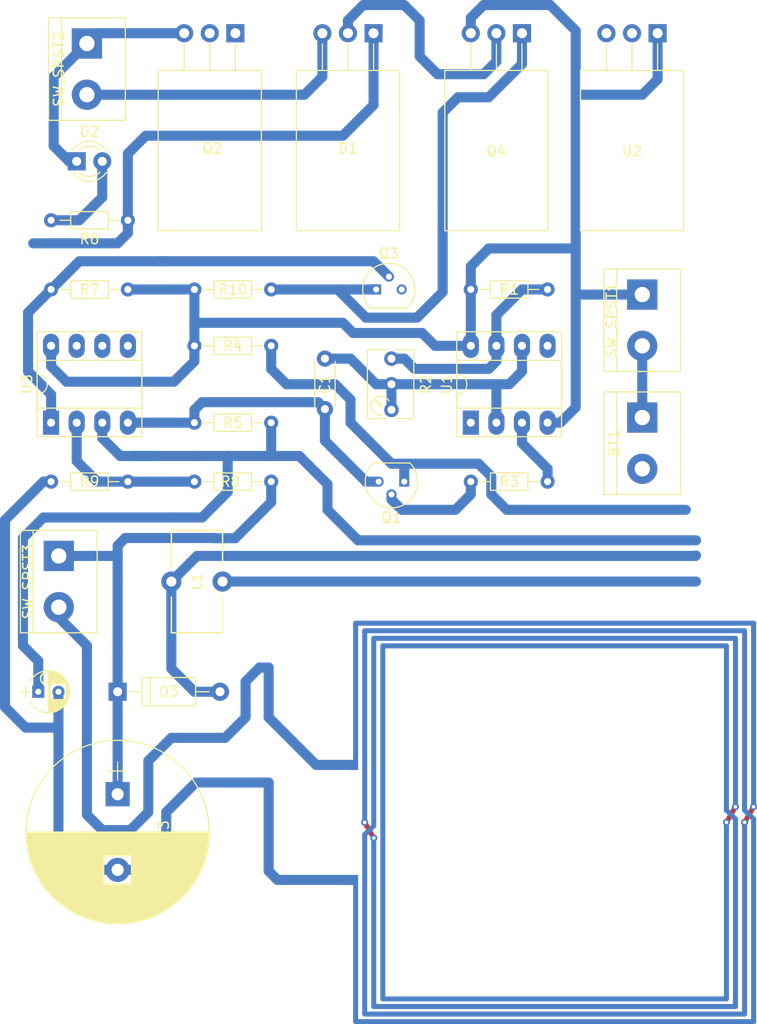
<source format=kicad_pcb>
(kicad_pcb (version 20170123) (host pcbnew no-vcs-found-8c7175b~60~ubuntu14.04.1)

  (general
    (thickness 1.6)
    (drawings 0)
    (tracks 230)
    (zones 0)
    (modules 29)
    (nets 21)
  )

  (page A4)
  (layers
    (0 F.Cu signal)
    (31 B.Cu signal)
    (32 B.Adhes user)
    (33 F.Adhes user)
    (34 B.Paste user)
    (35 F.Paste user)
    (36 B.SilkS user)
    (37 F.SilkS user)
    (38 B.Mask user)
    (39 F.Mask user)
    (40 Dwgs.User user)
    (41 Cmts.User user)
    (42 Eco1.User user)
    (43 Eco2.User user)
    (44 Edge.Cuts user)
    (45 Margin user)
    (46 B.CrtYd user)
    (47 F.CrtYd user)
    (48 B.Fab user)
    (49 F.Fab user)
  )

  (setup
    (last_trace_width 1)
    (trace_clearance 0.5)
    (zone_clearance 0.508)
    (zone_45_only yes)
    (trace_min 0.2)
    (segment_width 0.2)
    (edge_width 0.1)
    (via_size 0.8)
    (via_drill 0.4)
    (via_min_size 0.4)
    (via_min_drill 0.3)
    (uvia_size 0.3)
    (uvia_drill 0.1)
    (uvias_allowed no)
    (uvia_min_size 0.2)
    (uvia_min_drill 0.1)
    (pcb_text_width 0.3)
    (pcb_text_size 1.5 1.5)
    (mod_edge_width 0.15)
    (mod_text_size 1 1)
    (mod_text_width 0.15)
    (pad_size 2.4 1.6)
    (pad_drill 0.8)
    (pad_to_mask_clearance 0)
    (aux_axis_origin 0 0)
    (visible_elements FFFFFF7F)
    (pcbplotparams
      (layerselection 0x00030_ffffffff)
      (usegerberextensions false)
      (usegerberattributes true)
      (usegerberadvancedattributes true)
      (creategerberjobfile true)
      (excludeedgelayer true)
      (linewidth 0.100000)
      (plotframeref false)
      (viasonmask false)
      (mode 1)
      (useauxorigin false)
      (hpglpennumber 1)
      (hpglpenspeed 20)
      (hpglpendiameter 15)
      (psnegative false)
      (psa4output false)
      (plotreference true)
      (plotvalue true)
      (plotinvisibletext false)
      (padsonsilk false)
      (subtractmaskfromsilk false)
      (outputformat 1)
      (mirror false)
      (drillshape 1)
      (scaleselection 1)
      (outputdirectory ""))
  )

  (net 0 "")
  (net 1 "Net-(AE1-Pad1)")
  (net 2 GNDPWR)
  (net 3 "Net-(C2-Pad1)")
  (net 4 "Net-(C3-Pad1)")
  (net 5 "Net-(D1-Pad1)")
  (net 6 C)
  (net 7 "Net-(D1-Pad3)")
  (net 8 "Net-(D2-Pad2)")
  (net 9 "Net-(D3-Pad2)")
  (net 10 "Net-(Q1-Pad2)")
  (net 11 A)
  (net 12 "Net-(Q3-Pad1)")
  (net 13 "Net-(Q3-Pad2)")
  (net 14 Q)
  (net 15 B)
  (net 16 "Net-(U1-Pad5)")
  (net 17 /VCC)
  (net 18 /THR)
  (net 19 /VDD)
  (net 20 /DIS)

  (net_class Default "This is the default net class."
    (clearance 0.5)
    (trace_width 1)
    (via_dia 0.8)
    (via_drill 0.4)
    (uvia_dia 0.3)
    (uvia_drill 0.1)
    (add_net /DIS)
    (add_net /THR)
    (add_net /VCC)
    (add_net /VDD)
    (add_net A)
    (add_net B)
    (add_net C)
    (add_net GNDPWR)
    (add_net "Net-(AE1-Pad1)")
    (add_net "Net-(C2-Pad1)")
    (add_net "Net-(C3-Pad1)")
    (add_net "Net-(D1-Pad1)")
    (add_net "Net-(D1-Pad3)")
    (add_net "Net-(D2-Pad2)")
    (add_net "Net-(D3-Pad2)")
    (add_net "Net-(Q1-Pad2)")
    (add_net "Net-(Q3-Pad1)")
    (add_net "Net-(Q3-Pad2)")
    (add_net "Net-(U1-Pad5)")
    (add_net Q)
  )

  (module RF_Modules:NFC_ANTENNA_40_40 (layer B.Cu) (tedit 59A68E12) (tstamp 59B6A5EB)
    (at 175.514 120.65)
    (path /59B6A130)
    (fp_text reference AE1 (at 9.3 -1.9) (layer B.Fab)
      (effects (font (size 0.3 0.3) (thickness 0.075)) (justify mirror))
    )
    (fp_text value Antenna_RFID (at 11.75 0.5) (layer B.Fab)
      (effects (font (size 0.3 0.3) (thickness 0.075)) (justify mirror))
    )
    (fp_line (start 0.9 1.2) (end 1.8 0.35) (layer B.Cu) (width 0.5))
    (fp_line (start 38.6 -1.2) (end 39.5 -0.35) (layer B.Cu) (width 0.5))
    (fp_line (start 36.8 -1.2) (end 37.7 -0.35) (layer B.Cu) (width 0.5))
    (fp_line (start 0.9 0) (end 1.8 1.55) (layer F.Cu) (width 0.5))
    (fp_line (start 39.5 -1.55) (end 38.6 0) (layer F.Cu) (width 0.5))
    (fp_line (start 37.7 -1.55) (end 36.8 0) (layer F.Cu) (width 0.5))
    (fp_line (start 0.9 1.2) (end 0.9 19) (layer B.Cu) (width 0.5))
    (fp_line (start 1.8 -18.25) (end 1.8 0.35) (layer B.Cu) (width 0.5))
    (fp_line (start 1.8 18.25) (end 1.8 1.55) (layer B.Cu) (width 0.5))
    (fp_line (start 2.7 -17.5) (end 2.7 17.5) (layer B.Cu) (width 0.5))
    (fp_line (start 0.9 -19) (end 0.9 0) (layer B.Cu) (width 0.5))
    (fp_line (start 36.8 17.5) (end 36.8 0) (layer B.Cu) (width 0.5))
    (fp_line (start 37.7 18.25) (end 37.7 -0.35) (layer B.Cu) (width 0.5))
    (fp_line (start 38.6 19) (end 38.6 0) (layer B.Cu) (width 0.5))
    (fp_line (start 2.7 17.5) (end 36.8 17.5) (layer B.Cu) (width 0.5))
    (fp_line (start 1.8 18.25) (end 37.7 18.25) (layer B.Cu) (width 0.5))
    (fp_line (start 38.6 19) (end 0.9 19) (layer B.Cu) (width 0.5))
    (fp_line (start 2.7 -17.5) (end 36.8 -17.5) (layer B.Cu) (width 0.5))
    (fp_line (start 1.8 -18.25) (end 37.7 -18.25) (layer B.Cu) (width 0.5))
    (fp_line (start 36.8 -17.5) (end 36.8 -1.2) (layer B.Cu) (width 0.5))
    (fp_line (start 37.7 -18.25) (end 37.7 -1.55) (layer B.Cu) (width 0.5))
    (fp_line (start 38.6 -19) (end 0.9 -19) (layer B.Cu) (width 0.5))
    (fp_line (start 38.6 -19) (end 38.6 -1.2) (layer B.Cu) (width 0.5))
    (fp_line (start 39.5 -19.75) (end 39.5 -1.55) (layer B.Cu) (width 0.5))
    (fp_line (start 39.5 19.75) (end 39.5 -0.35) (layer B.Cu) (width 0.5))
    (fp_line (start 0 -19.75) (end 39.5 -19.75) (layer B.Cu) (width 0.5))
    (fp_line (start 0 19.75) (end 39.5 19.75) (layer B.Cu) (width 0.5))
    (fp_line (start 0 5.7) (end 0 19.75) (layer B.Cu) (width 0.5))
    (fp_line (start 0 -5.7) (end 0 -19.75) (layer B.Cu) (width 0.5))
    (pad 1 smd rect (at -0.25 -5.7) (size 1 1) (layers B.Cu B.Paste B.Mask)
      (net 1 "Net-(AE1-Pad1)"))
    (pad 2 smd rect (at -0.25 5.7) (size 1 1) (layers B.Cu B.Paste B.Mask)
      (net 2 GNDPWR))
    (pad "" thru_hole circle (at 39.5 -1.55) (size 0.7 0.7) (drill 0.35) (layers *.Cu *.Mask))
    (pad "" thru_hole circle (at 38.6 0) (size 0.7 0.7) (drill 0.35) (layers *.Cu *.Mask))
    (pad "" thru_hole circle (at 36.8 0) (size 0.7 0.7) (drill 0.35) (layers *.Cu *.Mask))
    (pad "" thru_hole circle (at 37.7 -1.55) (size 0.7 0.7) (drill 0.35) (layers *.Cu *.Mask))
    (pad "" thru_hole circle (at 0.9 0) (size 0.7 0.7) (drill 0.35) (layers *.Cu *.Mask))
    (pad "" thru_hole circle (at 1.8 1.55) (size 0.7 0.7) (drill 0.35) (layers *.Cu *.Mask))
  )

  (module Connect:bornier2 (layer F.Cu) (tedit 59B632FD) (tstamp 59B6A5FF)
    (at 203.962 80.518 270)
    (descr "Bornier d'alimentation 2 pins")
    (tags DEV)
    (path /59B5D399)
    (fp_text reference BT1 (at 2.54 2.794 270) (layer F.SilkS)
      (effects (font (size 1 1) (thickness 0.15)))
    )
    (fp_text value Battery9v (at 2.54 -2.794 90) (layer F.Fab)
      (effects (font (size 1 1) (thickness 0.15)))
    )
    (fp_line (start -2.41 2.55) (end 7.49 2.55) (layer F.Fab) (width 0.1))
    (fp_line (start -2.46 -3.75) (end -2.46 3.75) (layer F.Fab) (width 0.1))
    (fp_line (start -2.46 3.75) (end 7.54 3.75) (layer F.Fab) (width 0.1))
    (fp_line (start 7.54 3.75) (end 7.54 -3.75) (layer F.Fab) (width 0.1))
    (fp_line (start 7.54 -3.75) (end -2.46 -3.75) (layer F.Fab) (width 0.1))
    (fp_line (start 7.62 2.54) (end -2.54 2.54) (layer F.SilkS) (width 0.12))
    (fp_line (start 7.62 3.81) (end 7.62 -3.81) (layer F.SilkS) (width 0.12))
    (fp_line (start 7.62 -3.81) (end -2.54 -3.81) (layer F.SilkS) (width 0.12))
    (fp_line (start -2.54 -3.81) (end -2.54 3.81) (layer F.SilkS) (width 0.12))
    (fp_line (start -2.54 3.81) (end 7.62 3.81) (layer F.SilkS) (width 0.12))
    (fp_line (start -2.71 -4) (end 7.79 -4) (layer F.CrtYd) (width 0.05))
    (fp_line (start -2.71 -4) (end -2.71 4) (layer F.CrtYd) (width 0.05))
    (fp_line (start 7.79 4) (end 7.79 -4) (layer F.CrtYd) (width 0.05))
    (fp_line (start 7.79 4) (end -2.71 4) (layer F.CrtYd) (width 0.05))
    (pad 1 thru_hole rect (at 0 0 270) (size 3 3) (drill 1.52) (layers *.Cu *.Mask)
      (net 17 /VCC))
    (pad 2 thru_hole circle (at 5.08 0 270) (size 3 3) (drill 1.52) (layers *.Cu *.Mask)
      (net 2 GNDPWR))
    (model ${KISYS3DMOD}/Connectors.3dshapes/bornier2.wrl
      (at (xyz 0 0 0))
      (scale (xyz 1 1 1))
      (rotate (xyz 0 0 0))
    )
  )

  (module Capacitors_ThroughHole:C_Disc_D4.3mm_W1.9mm_P5.00mm (layer F.Cu) (tedit 59B62AE7) (tstamp 59B6A614)
    (at 172.466 74.676 270)
    (descr "C, Disc series, Radial, pin pitch=5.00mm, , diameter*width=4.3*1.9mm^2, Capacitor, http://www.vishay.com/docs/45233/krseries.pdf")
    (tags "C Disc series Radial pin pitch 5.00mm  diameter 4.3mm width 1.9mm Capacitor")
    (path /59B618DC)
    (fp_text reference C1 (at 2.54 0 270) (layer F.SilkS)
      (effects (font (size 1 1) (thickness 0.15)))
    )
    (fp_text value 20nF (at 2.54 2.286 270) (layer F.Fab)
      (effects (font (size 1 1) (thickness 0.15)))
    )
    (fp_text user %R (at 2.54 0 270) (layer F.Fab)
      (effects (font (size 1 1) (thickness 0.15)))
    )
    (fp_line (start 6.05 -1.3) (end -1.05 -1.3) (layer F.CrtYd) (width 0.05))
    (fp_line (start 6.05 1.3) (end 6.05 -1.3) (layer F.CrtYd) (width 0.05))
    (fp_line (start -1.05 1.3) (end 6.05 1.3) (layer F.CrtYd) (width 0.05))
    (fp_line (start -1.05 -1.3) (end -1.05 1.3) (layer F.CrtYd) (width 0.05))
    (fp_line (start 4.71 0.996) (end 4.71 1.01) (layer F.SilkS) (width 0.12))
    (fp_line (start 4.71 -1.01) (end 4.71 -0.996) (layer F.SilkS) (width 0.12))
    (fp_line (start 0.29 0.996) (end 0.29 1.01) (layer F.SilkS) (width 0.12))
    (fp_line (start 0.29 -1.01) (end 0.29 -0.996) (layer F.SilkS) (width 0.12))
    (fp_line (start 0.29 1.01) (end 4.71 1.01) (layer F.SilkS) (width 0.12))
    (fp_line (start 0.29 -1.01) (end 4.71 -1.01) (layer F.SilkS) (width 0.12))
    (fp_line (start 4.65 -0.95) (end 0.35 -0.95) (layer F.Fab) (width 0.1))
    (fp_line (start 4.65 0.95) (end 4.65 -0.95) (layer F.Fab) (width 0.1))
    (fp_line (start 0.35 0.95) (end 4.65 0.95) (layer F.Fab) (width 0.1))
    (fp_line (start 0.35 -0.95) (end 0.35 0.95) (layer F.Fab) (width 0.1))
    (pad 2 thru_hole circle (at 5 0 270) (size 1.6 1.6) (drill 0.8) (layers *.Cu *.Mask)
      (net 2 GNDPWR))
    (pad 1 thru_hole circle (at 0 0 270) (size 1.6 1.6) (drill 0.8) (layers *.Cu *.Mask)
      (net 18 /THR))
    (model ${KISYS3DMOD}/Capacitors_THT.3dshapes/C_Disc_D4.3mm_W1.9mm_P5.00mm.wrl
      (at (xyz 0 0 0))
      (scale (xyz 1 1 1))
      (rotate (xyz 0 0 0))
    )
  )

  (module Capacitors_ThroughHole:CP_Radial_D4.0mm_P2.00mm (layer F.Cu) (tedit 59B62C24) (tstamp 59B6A683)
    (at 144.018 107.696)
    (descr "CP, Radial series, Radial, pin pitch=2.00mm, , diameter=4mm, Electrolytic Capacitor")
    (tags "CP Radial series Radial pin pitch 2.00mm  diameter 4mm Electrolytic Capacitor")
    (path /59B61A79)
    (fp_text reference C2 (at 1.016 -1.27) (layer F.SilkS)
      (effects (font (size 1 1) (thickness 0.15)))
    )
    (fp_text value "100uF 16v" (at 1 3.31) (layer F.Fab)
      (effects (font (size 1 1) (thickness 0.15)))
    )
    (fp_text user %R (at 1.016 -1.27) (layer F.Fab)
      (effects (font (size 1 1) (thickness 0.15)))
    )
    (fp_line (start 3.35 -2.35) (end -1.35 -2.35) (layer F.CrtYd) (width 0.05))
    (fp_line (start 3.35 2.35) (end 3.35 -2.35) (layer F.CrtYd) (width 0.05))
    (fp_line (start -1.35 2.35) (end 3.35 2.35) (layer F.CrtYd) (width 0.05))
    (fp_line (start -1.35 -2.35) (end -1.35 2.35) (layer F.CrtYd) (width 0.05))
    (fp_line (start -1.25 -0.45) (end -1.25 0.45) (layer F.SilkS) (width 0.12))
    (fp_line (start -1.7 0) (end -0.8 0) (layer F.SilkS) (width 0.12))
    (fp_line (start 3.081 -0.165) (end 3.081 0.165) (layer F.SilkS) (width 0.12))
    (fp_line (start 3.041 -0.415) (end 3.041 0.415) (layer F.SilkS) (width 0.12))
    (fp_line (start 3.001 -0.567) (end 3.001 0.567) (layer F.SilkS) (width 0.12))
    (fp_line (start 2.961 -0.686) (end 2.961 0.686) (layer F.SilkS) (width 0.12))
    (fp_line (start 2.921 -0.786) (end 2.921 0.786) (layer F.SilkS) (width 0.12))
    (fp_line (start 2.881 -0.874) (end 2.881 0.874) (layer F.SilkS) (width 0.12))
    (fp_line (start 2.841 -0.952) (end 2.841 0.952) (layer F.SilkS) (width 0.12))
    (fp_line (start 2.801 -1.023) (end 2.801 1.023) (layer F.SilkS) (width 0.12))
    (fp_line (start 2.761 0.78) (end 2.761 1.088) (layer F.SilkS) (width 0.12))
    (fp_line (start 2.761 -1.088) (end 2.761 -0.78) (layer F.SilkS) (width 0.12))
    (fp_line (start 2.721 0.78) (end 2.721 1.148) (layer F.SilkS) (width 0.12))
    (fp_line (start 2.721 -1.148) (end 2.721 -0.78) (layer F.SilkS) (width 0.12))
    (fp_line (start 2.681 0.78) (end 2.681 1.204) (layer F.SilkS) (width 0.12))
    (fp_line (start 2.681 -1.204) (end 2.681 -0.78) (layer F.SilkS) (width 0.12))
    (fp_line (start 2.641 0.78) (end 2.641 1.256) (layer F.SilkS) (width 0.12))
    (fp_line (start 2.641 -1.256) (end 2.641 -0.78) (layer F.SilkS) (width 0.12))
    (fp_line (start 2.601 0.78) (end 2.601 1.305) (layer F.SilkS) (width 0.12))
    (fp_line (start 2.601 -1.305) (end 2.601 -0.78) (layer F.SilkS) (width 0.12))
    (fp_line (start 2.561 0.78) (end 2.561 1.351) (layer F.SilkS) (width 0.12))
    (fp_line (start 2.561 -1.351) (end 2.561 -0.78) (layer F.SilkS) (width 0.12))
    (fp_line (start 2.521 0.78) (end 2.521 1.395) (layer F.SilkS) (width 0.12))
    (fp_line (start 2.521 -1.395) (end 2.521 -0.78) (layer F.SilkS) (width 0.12))
    (fp_line (start 2.481 0.78) (end 2.481 1.436) (layer F.SilkS) (width 0.12))
    (fp_line (start 2.481 -1.436) (end 2.481 -0.78) (layer F.SilkS) (width 0.12))
    (fp_line (start 2.441 0.78) (end 2.441 1.475) (layer F.SilkS) (width 0.12))
    (fp_line (start 2.441 -1.475) (end 2.441 -0.78) (layer F.SilkS) (width 0.12))
    (fp_line (start 2.401 0.78) (end 2.401 1.512) (layer F.SilkS) (width 0.12))
    (fp_line (start 2.401 -1.512) (end 2.401 -0.78) (layer F.SilkS) (width 0.12))
    (fp_line (start 2.361 0.78) (end 2.361 1.547) (layer F.SilkS) (width 0.12))
    (fp_line (start 2.361 -1.547) (end 2.361 -0.78) (layer F.SilkS) (width 0.12))
    (fp_line (start 2.321 0.78) (end 2.321 1.581) (layer F.SilkS) (width 0.12))
    (fp_line (start 2.321 -1.581) (end 2.321 -0.78) (layer F.SilkS) (width 0.12))
    (fp_line (start 2.281 0.78) (end 2.281 1.613) (layer F.SilkS) (width 0.12))
    (fp_line (start 2.281 -1.613) (end 2.281 -0.78) (layer F.SilkS) (width 0.12))
    (fp_line (start 2.241 0.78) (end 2.241 1.643) (layer F.SilkS) (width 0.12))
    (fp_line (start 2.241 -1.643) (end 2.241 -0.78) (layer F.SilkS) (width 0.12))
    (fp_line (start 2.201 0.78) (end 2.201 1.672) (layer F.SilkS) (width 0.12))
    (fp_line (start 2.201 -1.672) (end 2.201 -0.78) (layer F.SilkS) (width 0.12))
    (fp_line (start 2.161 0.78) (end 2.161 1.699) (layer F.SilkS) (width 0.12))
    (fp_line (start 2.161 -1.699) (end 2.161 -0.78) (layer F.SilkS) (width 0.12))
    (fp_line (start 2.121 0.78) (end 2.121 1.725) (layer F.SilkS) (width 0.12))
    (fp_line (start 2.121 -1.725) (end 2.121 -0.78) (layer F.SilkS) (width 0.12))
    (fp_line (start 2.081 0.78) (end 2.081 1.75) (layer F.SilkS) (width 0.12))
    (fp_line (start 2.081 -1.75) (end 2.081 -0.78) (layer F.SilkS) (width 0.12))
    (fp_line (start 2.041 0.78) (end 2.041 1.773) (layer F.SilkS) (width 0.12))
    (fp_line (start 2.041 -1.773) (end 2.041 -0.78) (layer F.SilkS) (width 0.12))
    (fp_line (start 2.001 0.78) (end 2.001 1.796) (layer F.SilkS) (width 0.12))
    (fp_line (start 2.001 -1.796) (end 2.001 -0.78) (layer F.SilkS) (width 0.12))
    (fp_line (start 1.961 0.78) (end 1.961 1.817) (layer F.SilkS) (width 0.12))
    (fp_line (start 1.961 -1.817) (end 1.961 -0.78) (layer F.SilkS) (width 0.12))
    (fp_line (start 1.921 0.78) (end 1.921 1.837) (layer F.SilkS) (width 0.12))
    (fp_line (start 1.921 -1.837) (end 1.921 -0.78) (layer F.SilkS) (width 0.12))
    (fp_line (start 1.881 0.78) (end 1.881 1.856) (layer F.SilkS) (width 0.12))
    (fp_line (start 1.881 -1.856) (end 1.881 -0.78) (layer F.SilkS) (width 0.12))
    (fp_line (start 1.841 0.78) (end 1.841 1.874) (layer F.SilkS) (width 0.12))
    (fp_line (start 1.841 -1.874) (end 1.841 -0.78) (layer F.SilkS) (width 0.12))
    (fp_line (start 1.801 0.78) (end 1.801 1.891) (layer F.SilkS) (width 0.12))
    (fp_line (start 1.801 -1.891) (end 1.801 -0.78) (layer F.SilkS) (width 0.12))
    (fp_line (start 1.761 0.78) (end 1.761 1.907) (layer F.SilkS) (width 0.12))
    (fp_line (start 1.761 -1.907) (end 1.761 -0.78) (layer F.SilkS) (width 0.12))
    (fp_line (start 1.721 0.78) (end 1.721 1.923) (layer F.SilkS) (width 0.12))
    (fp_line (start 1.721 -1.923) (end 1.721 -0.78) (layer F.SilkS) (width 0.12))
    (fp_line (start 1.68 0.78) (end 1.68 1.937) (layer F.SilkS) (width 0.12))
    (fp_line (start 1.68 -1.937) (end 1.68 -0.78) (layer F.SilkS) (width 0.12))
    (fp_line (start 1.64 0.78) (end 1.64 1.95) (layer F.SilkS) (width 0.12))
    (fp_line (start 1.64 -1.95) (end 1.64 -0.78) (layer F.SilkS) (width 0.12))
    (fp_line (start 1.6 0.78) (end 1.6 1.963) (layer F.SilkS) (width 0.12))
    (fp_line (start 1.6 -1.963) (end 1.6 -0.78) (layer F.SilkS) (width 0.12))
    (fp_line (start 1.56 0.78) (end 1.56 1.974) (layer F.SilkS) (width 0.12))
    (fp_line (start 1.56 -1.974) (end 1.56 -0.78) (layer F.SilkS) (width 0.12))
    (fp_line (start 1.52 0.78) (end 1.52 1.985) (layer F.SilkS) (width 0.12))
    (fp_line (start 1.52 -1.985) (end 1.52 -0.78) (layer F.SilkS) (width 0.12))
    (fp_line (start 1.48 0.78) (end 1.48 1.995) (layer F.SilkS) (width 0.12))
    (fp_line (start 1.48 -1.995) (end 1.48 -0.78) (layer F.SilkS) (width 0.12))
    (fp_line (start 1.44 0.78) (end 1.44 2.004) (layer F.SilkS) (width 0.12))
    (fp_line (start 1.44 -2.004) (end 1.44 -0.78) (layer F.SilkS) (width 0.12))
    (fp_line (start 1.4 0.78) (end 1.4 2.012) (layer F.SilkS) (width 0.12))
    (fp_line (start 1.4 -2.012) (end 1.4 -0.78) (layer F.SilkS) (width 0.12))
    (fp_line (start 1.36 0.78) (end 1.36 2.019) (layer F.SilkS) (width 0.12))
    (fp_line (start 1.36 -2.019) (end 1.36 -0.78) (layer F.SilkS) (width 0.12))
    (fp_line (start 1.32 0.78) (end 1.32 2.026) (layer F.SilkS) (width 0.12))
    (fp_line (start 1.32 -2.026) (end 1.32 -0.78) (layer F.SilkS) (width 0.12))
    (fp_line (start 1.28 0.78) (end 1.28 2.032) (layer F.SilkS) (width 0.12))
    (fp_line (start 1.28 -2.032) (end 1.28 -0.78) (layer F.SilkS) (width 0.12))
    (fp_line (start 1.24 0.78) (end 1.24 2.037) (layer F.SilkS) (width 0.12))
    (fp_line (start 1.24 -2.037) (end 1.24 -0.78) (layer F.SilkS) (width 0.12))
    (fp_line (start 1.2 -2.041) (end 1.2 2.041) (layer F.SilkS) (width 0.12))
    (fp_line (start 1.16 -2.044) (end 1.16 2.044) (layer F.SilkS) (width 0.12))
    (fp_line (start 1.12 -2.047) (end 1.12 2.047) (layer F.SilkS) (width 0.12))
    (fp_line (start 1.08 -2.049) (end 1.08 2.049) (layer F.SilkS) (width 0.12))
    (fp_line (start 1.04 -2.05) (end 1.04 2.05) (layer F.SilkS) (width 0.12))
    (fp_line (start 1 -2.05) (end 1 2.05) (layer F.SilkS) (width 0.12))
    (fp_line (start -1.25 -0.45) (end -1.25 0.45) (layer F.Fab) (width 0.1))
    (fp_line (start -1.7 0) (end -0.8 0) (layer F.Fab) (width 0.1))
    (fp_circle (center 1 0) (end 3 0) (layer F.Fab) (width 0.1))
    (fp_arc (start 1 0) (end 2.845996 -0.98) (angle 55.9) (layer F.SilkS) (width 0.12))
    (fp_arc (start 1 0) (end -0.845996 0.98) (angle -124.1) (layer F.SilkS) (width 0.12))
    (fp_arc (start 1 0) (end -0.845996 -0.98) (angle 124.1) (layer F.SilkS) (width 0.12))
    (pad 2 thru_hole circle (at 2 0) (size 1.2 1.2) (drill 0.6) (layers *.Cu *.Mask)
      (net 2 GNDPWR))
    (pad 1 thru_hole rect (at 0 0) (size 1.2 1.2) (drill 0.6) (layers *.Cu *.Mask)
      (net 3 "Net-(C2-Pad1)"))
    (model ${KISYS3DMOD}/Capacitors_THT.3dshapes/CP_Radial_D4.0mm_P2.00mm.wrl
      (at (xyz 0 0 0))
      (scale (xyz 1 1 1))
      (rotate (xyz 0 0 0))
    )
  )

  (module Capacitors_ThroughHole:CP_Radial_D18.0mm_P7.50mm (layer F.Cu) (tedit 59B6F5F5) (tstamp 59B6A7BD)
    (at 151.892 117.856 270)
    (descr "CP, Radial series, Radial, pin pitch=7.50mm, , diameter=18mm, Electrolytic Capacitor")
    (tags "CP Radial series Radial pin pitch 7.50mm  diameter 18mm Electrolytic Capacitor")
    (path /59B65695)
    (fp_text reference C3 (at 3.556 -4.572 270) (layer F.SilkS)
      (effects (font (size 1 1) (thickness 0.15)))
    )
    (fp_text value "120uF 400v" (at 3.683 5.08 270) (layer F.Fab)
      (effects (font (size 1 1) (thickness 0.15)))
    )
    (fp_text user %R (at 3.683 -4.572 270) (layer F.Fab)
      (effects (font (size 1 1) (thickness 0.15)))
    )
    (fp_line (start 13.1 -9.35) (end -5.6 -9.35) (layer F.CrtYd) (width 0.05))
    (fp_line (start 13.1 9.35) (end 13.1 -9.35) (layer F.CrtYd) (width 0.05))
    (fp_line (start -5.6 9.35) (end 13.1 9.35) (layer F.CrtYd) (width 0.05))
    (fp_line (start -5.6 -9.35) (end -5.6 9.35) (layer F.CrtYd) (width 0.05))
    (fp_line (start -2.3 -0.9) (end -2.3 0.9) (layer F.SilkS) (width 0.12))
    (fp_line (start -3.2 0) (end -1.4 0) (layer F.SilkS) (width 0.12))
    (fp_line (start 12.83 -0.387) (end 12.83 0.387) (layer F.SilkS) (width 0.12))
    (fp_line (start 12.79 -0.913) (end 12.79 0.913) (layer F.SilkS) (width 0.12))
    (fp_line (start 12.75 -1.236) (end 12.75 1.236) (layer F.SilkS) (width 0.12))
    (fp_line (start 12.71 -1.492) (end 12.71 1.492) (layer F.SilkS) (width 0.12))
    (fp_line (start 12.67 -1.71) (end 12.67 1.71) (layer F.SilkS) (width 0.12))
    (fp_line (start 12.63 -1.903) (end 12.63 1.903) (layer F.SilkS) (width 0.12))
    (fp_line (start 12.59 -2.078) (end 12.59 2.078) (layer F.SilkS) (width 0.12))
    (fp_line (start 12.55 -2.238) (end 12.55 2.238) (layer F.SilkS) (width 0.12))
    (fp_line (start 12.51 -2.388) (end 12.51 2.388) (layer F.SilkS) (width 0.12))
    (fp_line (start 12.47 -2.528) (end 12.47 2.528) (layer F.SilkS) (width 0.12))
    (fp_line (start 12.43 -2.66) (end 12.43 2.66) (layer F.SilkS) (width 0.12))
    (fp_line (start 12.39 -2.785) (end 12.39 2.785) (layer F.SilkS) (width 0.12))
    (fp_line (start 12.35 -2.905) (end 12.35 2.905) (layer F.SilkS) (width 0.12))
    (fp_line (start 12.31 -3.019) (end 12.31 3.019) (layer F.SilkS) (width 0.12))
    (fp_line (start 12.27 -3.129) (end 12.27 3.129) (layer F.SilkS) (width 0.12))
    (fp_line (start 12.23 -3.234) (end 12.23 3.234) (layer F.SilkS) (width 0.12))
    (fp_line (start 12.19 -3.336) (end 12.19 3.336) (layer F.SilkS) (width 0.12))
    (fp_line (start 12.15 -3.434) (end 12.15 3.434) (layer F.SilkS) (width 0.12))
    (fp_line (start 12.11 -3.53) (end 12.11 3.53) (layer F.SilkS) (width 0.12))
    (fp_line (start 12.07 -3.622) (end 12.07 3.622) (layer F.SilkS) (width 0.12))
    (fp_line (start 12.03 -3.711) (end 12.03 3.711) (layer F.SilkS) (width 0.12))
    (fp_line (start 11.99 -3.799) (end 11.99 3.799) (layer F.SilkS) (width 0.12))
    (fp_line (start 11.95 -3.883) (end 11.95 3.883) (layer F.SilkS) (width 0.12))
    (fp_line (start 11.911 -3.966) (end 11.911 3.966) (layer F.SilkS) (width 0.12))
    (fp_line (start 11.871 -4.046) (end 11.871 4.046) (layer F.SilkS) (width 0.12))
    (fp_line (start 11.831 -4.125) (end 11.831 4.125) (layer F.SilkS) (width 0.12))
    (fp_line (start 11.791 -4.202) (end 11.791 4.202) (layer F.SilkS) (width 0.12))
    (fp_line (start 11.751 -4.277) (end 11.751 4.277) (layer F.SilkS) (width 0.12))
    (fp_line (start 11.711 -4.35) (end 11.711 4.35) (layer F.SilkS) (width 0.12))
    (fp_line (start 11.671 -4.422) (end 11.671 4.422) (layer F.SilkS) (width 0.12))
    (fp_line (start 11.631 -4.492) (end 11.631 4.492) (layer F.SilkS) (width 0.12))
    (fp_line (start 11.591 -4.561) (end 11.591 4.561) (layer F.SilkS) (width 0.12))
    (fp_line (start 11.551 -4.628) (end 11.551 4.628) (layer F.SilkS) (width 0.12))
    (fp_line (start 11.511 -4.694) (end 11.511 4.694) (layer F.SilkS) (width 0.12))
    (fp_line (start 11.471 -4.759) (end 11.471 4.759) (layer F.SilkS) (width 0.12))
    (fp_line (start 11.431 -4.823) (end 11.431 4.823) (layer F.SilkS) (width 0.12))
    (fp_line (start 11.391 -4.886) (end 11.391 4.886) (layer F.SilkS) (width 0.12))
    (fp_line (start 11.351 -4.947) (end 11.351 4.947) (layer F.SilkS) (width 0.12))
    (fp_line (start 11.311 -5.008) (end 11.311 5.008) (layer F.SilkS) (width 0.12))
    (fp_line (start 11.271 -5.067) (end 11.271 5.067) (layer F.SilkS) (width 0.12))
    (fp_line (start 11.231 -5.126) (end 11.231 5.126) (layer F.SilkS) (width 0.12))
    (fp_line (start 11.191 -5.183) (end 11.191 5.183) (layer F.SilkS) (width 0.12))
    (fp_line (start 11.151 -5.24) (end 11.151 5.24) (layer F.SilkS) (width 0.12))
    (fp_line (start 11.111 -5.295) (end 11.111 5.295) (layer F.SilkS) (width 0.12))
    (fp_line (start 11.071 -5.35) (end 11.071 5.35) (layer F.SilkS) (width 0.12))
    (fp_line (start 11.031 -5.404) (end 11.031 5.404) (layer F.SilkS) (width 0.12))
    (fp_line (start 10.991 -5.457) (end 10.991 5.457) (layer F.SilkS) (width 0.12))
    (fp_line (start 10.951 -5.509) (end 10.951 5.509) (layer F.SilkS) (width 0.12))
    (fp_line (start 10.911 -5.561) (end 10.911 5.561) (layer F.SilkS) (width 0.12))
    (fp_line (start 10.871 -5.611) (end 10.871 5.611) (layer F.SilkS) (width 0.12))
    (fp_line (start 10.831 -5.662) (end 10.831 5.662) (layer F.SilkS) (width 0.12))
    (fp_line (start 10.791 -5.711) (end 10.791 5.711) (layer F.SilkS) (width 0.12))
    (fp_line (start 10.751 -5.759) (end 10.751 5.759) (layer F.SilkS) (width 0.12))
    (fp_line (start 10.711 -5.807) (end 10.711 5.807) (layer F.SilkS) (width 0.12))
    (fp_line (start 10.671 -5.855) (end 10.671 5.855) (layer F.SilkS) (width 0.12))
    (fp_line (start 10.631 -5.901) (end 10.631 5.901) (layer F.SilkS) (width 0.12))
    (fp_line (start 10.591 -5.947) (end 10.591 5.947) (layer F.SilkS) (width 0.12))
    (fp_line (start 10.551 -5.993) (end 10.551 5.993) (layer F.SilkS) (width 0.12))
    (fp_line (start 10.511 -6.038) (end 10.511 6.038) (layer F.SilkS) (width 0.12))
    (fp_line (start 10.471 -6.082) (end 10.471 6.082) (layer F.SilkS) (width 0.12))
    (fp_line (start 10.431 -6.125) (end 10.431 6.125) (layer F.SilkS) (width 0.12))
    (fp_line (start 10.391 -6.168) (end 10.391 6.168) (layer F.SilkS) (width 0.12))
    (fp_line (start 10.351 -6.211) (end 10.351 6.211) (layer F.SilkS) (width 0.12))
    (fp_line (start 10.311 -6.253) (end 10.311 6.253) (layer F.SilkS) (width 0.12))
    (fp_line (start 10.271 -6.294) (end 10.271 6.294) (layer F.SilkS) (width 0.12))
    (fp_line (start 10.231 -6.335) (end 10.231 6.335) (layer F.SilkS) (width 0.12))
    (fp_line (start 10.191 -6.376) (end 10.191 6.376) (layer F.SilkS) (width 0.12))
    (fp_line (start 10.151 -6.416) (end 10.151 6.416) (layer F.SilkS) (width 0.12))
    (fp_line (start 10.111 -6.455) (end 10.111 6.455) (layer F.SilkS) (width 0.12))
    (fp_line (start 10.071 -6.494) (end 10.071 6.494) (layer F.SilkS) (width 0.12))
    (fp_line (start 10.031 -6.532) (end 10.031 6.532) (layer F.SilkS) (width 0.12))
    (fp_line (start 9.991 -6.57) (end 9.991 6.57) (layer F.SilkS) (width 0.12))
    (fp_line (start 9.951 -6.608) (end 9.951 6.608) (layer F.SilkS) (width 0.12))
    (fp_line (start 9.911 -6.645) (end 9.911 6.645) (layer F.SilkS) (width 0.12))
    (fp_line (start 9.871 -6.682) (end 9.871 6.682) (layer F.SilkS) (width 0.12))
    (fp_line (start 9.831 -6.718) (end 9.831 6.718) (layer F.SilkS) (width 0.12))
    (fp_line (start 9.791 -6.754) (end 9.791 6.754) (layer F.SilkS) (width 0.12))
    (fp_line (start 9.751 -6.789) (end 9.751 6.789) (layer F.SilkS) (width 0.12))
    (fp_line (start 9.711 -6.824) (end 9.711 6.824) (layer F.SilkS) (width 0.12))
    (fp_line (start 9.671 -6.858) (end 9.671 6.858) (layer F.SilkS) (width 0.12))
    (fp_line (start 9.631 -6.893) (end 9.631 6.893) (layer F.SilkS) (width 0.12))
    (fp_line (start 9.591 -6.926) (end 9.591 6.926) (layer F.SilkS) (width 0.12))
    (fp_line (start 9.551 -6.96) (end 9.551 6.96) (layer F.SilkS) (width 0.12))
    (fp_line (start 9.511 -6.993) (end 9.511 6.993) (layer F.SilkS) (width 0.12))
    (fp_line (start 9.471 -7.025) (end 9.471 7.025) (layer F.SilkS) (width 0.12))
    (fp_line (start 9.431 -7.057) (end 9.431 7.057) (layer F.SilkS) (width 0.12))
    (fp_line (start 9.391 -7.089) (end 9.391 7.089) (layer F.SilkS) (width 0.12))
    (fp_line (start 9.351 -7.121) (end 9.351 7.121) (layer F.SilkS) (width 0.12))
    (fp_line (start 9.311 -7.152) (end 9.311 7.152) (layer F.SilkS) (width 0.12))
    (fp_line (start 9.271 -7.183) (end 9.271 7.183) (layer F.SilkS) (width 0.12))
    (fp_line (start 9.231 -7.213) (end 9.231 7.213) (layer F.SilkS) (width 0.12))
    (fp_line (start 9.191 -7.243) (end 9.191 7.243) (layer F.SilkS) (width 0.12))
    (fp_line (start 9.151 -7.273) (end 9.151 7.273) (layer F.SilkS) (width 0.12))
    (fp_line (start 9.111 -7.302) (end 9.111 7.302) (layer F.SilkS) (width 0.12))
    (fp_line (start 9.071 -7.331) (end 9.071 7.331) (layer F.SilkS) (width 0.12))
    (fp_line (start 9.031 -7.36) (end 9.031 7.36) (layer F.SilkS) (width 0.12))
    (fp_line (start 8.991 -7.388) (end 8.991 7.388) (layer F.SilkS) (width 0.12))
    (fp_line (start 8.951 -7.416) (end 8.951 7.416) (layer F.SilkS) (width 0.12))
    (fp_line (start 8.911 -7.444) (end 8.911 7.444) (layer F.SilkS) (width 0.12))
    (fp_line (start 8.871 1.38) (end 8.871 7.471) (layer F.SilkS) (width 0.12))
    (fp_line (start 8.871 -7.471) (end 8.871 -1.38) (layer F.SilkS) (width 0.12))
    (fp_line (start 8.831 1.38) (end 8.831 7.499) (layer F.SilkS) (width 0.12))
    (fp_line (start 8.831 -7.499) (end 8.831 -1.38) (layer F.SilkS) (width 0.12))
    (fp_line (start 8.791 1.38) (end 8.791 7.525) (layer F.SilkS) (width 0.12))
    (fp_line (start 8.791 -7.525) (end 8.791 -1.38) (layer F.SilkS) (width 0.12))
    (fp_line (start 8.751 1.38) (end 8.751 7.552) (layer F.SilkS) (width 0.12))
    (fp_line (start 8.751 -7.552) (end 8.751 -1.38) (layer F.SilkS) (width 0.12))
    (fp_line (start 8.711 1.38) (end 8.711 7.578) (layer F.SilkS) (width 0.12))
    (fp_line (start 8.711 -7.578) (end 8.711 -1.38) (layer F.SilkS) (width 0.12))
    (fp_line (start 8.671 1.38) (end 8.671 7.604) (layer F.SilkS) (width 0.12))
    (fp_line (start 8.671 -7.604) (end 8.671 -1.38) (layer F.SilkS) (width 0.12))
    (fp_line (start 8.631 1.38) (end 8.631 7.63) (layer F.SilkS) (width 0.12))
    (fp_line (start 8.631 -7.63) (end 8.631 -1.38) (layer F.SilkS) (width 0.12))
    (fp_line (start 8.591 1.38) (end 8.591 7.655) (layer F.SilkS) (width 0.12))
    (fp_line (start 8.591 -7.655) (end 8.591 -1.38) (layer F.SilkS) (width 0.12))
    (fp_line (start 8.551 1.38) (end 8.551 7.68) (layer F.SilkS) (width 0.12))
    (fp_line (start 8.551 -7.68) (end 8.551 -1.38) (layer F.SilkS) (width 0.12))
    (fp_line (start 8.511 1.38) (end 8.511 7.705) (layer F.SilkS) (width 0.12))
    (fp_line (start 8.511 -7.705) (end 8.511 -1.38) (layer F.SilkS) (width 0.12))
    (fp_line (start 8.471 1.38) (end 8.471 7.729) (layer F.SilkS) (width 0.12))
    (fp_line (start 8.471 -7.729) (end 8.471 -1.38) (layer F.SilkS) (width 0.12))
    (fp_line (start 8.431 1.38) (end 8.431 7.753) (layer F.SilkS) (width 0.12))
    (fp_line (start 8.431 -7.753) (end 8.431 -1.38) (layer F.SilkS) (width 0.12))
    (fp_line (start 8.391 1.38) (end 8.391 7.777) (layer F.SilkS) (width 0.12))
    (fp_line (start 8.391 -7.777) (end 8.391 -1.38) (layer F.SilkS) (width 0.12))
    (fp_line (start 8.351 1.38) (end 8.351 7.801) (layer F.SilkS) (width 0.12))
    (fp_line (start 8.351 -7.801) (end 8.351 -1.38) (layer F.SilkS) (width 0.12))
    (fp_line (start 8.311 1.38) (end 8.311 7.824) (layer F.SilkS) (width 0.12))
    (fp_line (start 8.311 -7.824) (end 8.311 -1.38) (layer F.SilkS) (width 0.12))
    (fp_line (start 8.271 1.38) (end 8.271 7.847) (layer F.SilkS) (width 0.12))
    (fp_line (start 8.271 -7.847) (end 8.271 -1.38) (layer F.SilkS) (width 0.12))
    (fp_line (start 8.231 1.38) (end 8.231 7.87) (layer F.SilkS) (width 0.12))
    (fp_line (start 8.231 -7.87) (end 8.231 -1.38) (layer F.SilkS) (width 0.12))
    (fp_line (start 8.191 1.38) (end 8.191 7.892) (layer F.SilkS) (width 0.12))
    (fp_line (start 8.191 -7.892) (end 8.191 -1.38) (layer F.SilkS) (width 0.12))
    (fp_line (start 8.151 1.38) (end 8.151 7.915) (layer F.SilkS) (width 0.12))
    (fp_line (start 8.151 -7.915) (end 8.151 -1.38) (layer F.SilkS) (width 0.12))
    (fp_line (start 8.111 1.38) (end 8.111 7.937) (layer F.SilkS) (width 0.12))
    (fp_line (start 8.111 -7.937) (end 8.111 -1.38) (layer F.SilkS) (width 0.12))
    (fp_line (start 8.071 1.38) (end 8.071 7.958) (layer F.SilkS) (width 0.12))
    (fp_line (start 8.071 -7.958) (end 8.071 -1.38) (layer F.SilkS) (width 0.12))
    (fp_line (start 8.031 1.38) (end 8.031 7.98) (layer F.SilkS) (width 0.12))
    (fp_line (start 8.031 -7.98) (end 8.031 -1.38) (layer F.SilkS) (width 0.12))
    (fp_line (start 7.991 1.38) (end 7.991 8.001) (layer F.SilkS) (width 0.12))
    (fp_line (start 7.991 -8.001) (end 7.991 -1.38) (layer F.SilkS) (width 0.12))
    (fp_line (start 7.951 1.38) (end 7.951 8.022) (layer F.SilkS) (width 0.12))
    (fp_line (start 7.951 -8.022) (end 7.951 -1.38) (layer F.SilkS) (width 0.12))
    (fp_line (start 7.911 1.38) (end 7.911 8.043) (layer F.SilkS) (width 0.12))
    (fp_line (start 7.911 -8.043) (end 7.911 -1.38) (layer F.SilkS) (width 0.12))
    (fp_line (start 7.871 1.38) (end 7.871 8.063) (layer F.SilkS) (width 0.12))
    (fp_line (start 7.871 -8.063) (end 7.871 -1.38) (layer F.SilkS) (width 0.12))
    (fp_line (start 7.831 1.38) (end 7.831 8.083) (layer F.SilkS) (width 0.12))
    (fp_line (start 7.831 -8.083) (end 7.831 -1.38) (layer F.SilkS) (width 0.12))
    (fp_line (start 7.791 1.38) (end 7.791 8.103) (layer F.SilkS) (width 0.12))
    (fp_line (start 7.791 -8.103) (end 7.791 -1.38) (layer F.SilkS) (width 0.12))
    (fp_line (start 7.751 1.38) (end 7.751 8.123) (layer F.SilkS) (width 0.12))
    (fp_line (start 7.751 -8.123) (end 7.751 -1.38) (layer F.SilkS) (width 0.12))
    (fp_line (start 7.711 1.38) (end 7.711 8.143) (layer F.SilkS) (width 0.12))
    (fp_line (start 7.711 -8.143) (end 7.711 -1.38) (layer F.SilkS) (width 0.12))
    (fp_line (start 7.671 1.38) (end 7.671 8.162) (layer F.SilkS) (width 0.12))
    (fp_line (start 7.671 -8.162) (end 7.671 -1.38) (layer F.SilkS) (width 0.12))
    (fp_line (start 7.631 1.38) (end 7.631 8.181) (layer F.SilkS) (width 0.12))
    (fp_line (start 7.631 -8.181) (end 7.631 -1.38) (layer F.SilkS) (width 0.12))
    (fp_line (start 7.591 1.38) (end 7.591 8.2) (layer F.SilkS) (width 0.12))
    (fp_line (start 7.591 -8.2) (end 7.591 -1.38) (layer F.SilkS) (width 0.12))
    (fp_line (start 7.551 1.38) (end 7.551 8.218) (layer F.SilkS) (width 0.12))
    (fp_line (start 7.551 -8.218) (end 7.551 -1.38) (layer F.SilkS) (width 0.12))
    (fp_line (start 7.511 1.38) (end 7.511 8.236) (layer F.SilkS) (width 0.12))
    (fp_line (start 7.511 -8.236) (end 7.511 -1.38) (layer F.SilkS) (width 0.12))
    (fp_line (start 7.471 1.38) (end 7.471 8.254) (layer F.SilkS) (width 0.12))
    (fp_line (start 7.471 -8.254) (end 7.471 -1.38) (layer F.SilkS) (width 0.12))
    (fp_line (start 7.431 1.38) (end 7.431 8.272) (layer F.SilkS) (width 0.12))
    (fp_line (start 7.431 -8.272) (end 7.431 -1.38) (layer F.SilkS) (width 0.12))
    (fp_line (start 7.391 1.38) (end 7.391 8.29) (layer F.SilkS) (width 0.12))
    (fp_line (start 7.391 -8.29) (end 7.391 -1.38) (layer F.SilkS) (width 0.12))
    (fp_line (start 7.351 1.38) (end 7.351 8.307) (layer F.SilkS) (width 0.12))
    (fp_line (start 7.351 -8.307) (end 7.351 -1.38) (layer F.SilkS) (width 0.12))
    (fp_line (start 7.311 1.38) (end 7.311 8.324) (layer F.SilkS) (width 0.12))
    (fp_line (start 7.311 -8.324) (end 7.311 -1.38) (layer F.SilkS) (width 0.12))
    (fp_line (start 7.271 1.38) (end 7.271 8.341) (layer F.SilkS) (width 0.12))
    (fp_line (start 7.271 -8.341) (end 7.271 -1.38) (layer F.SilkS) (width 0.12))
    (fp_line (start 7.231 1.38) (end 7.231 8.358) (layer F.SilkS) (width 0.12))
    (fp_line (start 7.231 -8.358) (end 7.231 -1.38) (layer F.SilkS) (width 0.12))
    (fp_line (start 7.191 1.38) (end 7.191 8.374) (layer F.SilkS) (width 0.12))
    (fp_line (start 7.191 -8.374) (end 7.191 -1.38) (layer F.SilkS) (width 0.12))
    (fp_line (start 7.151 1.38) (end 7.151 8.391) (layer F.SilkS) (width 0.12))
    (fp_line (start 7.151 -8.391) (end 7.151 -1.38) (layer F.SilkS) (width 0.12))
    (fp_line (start 7.111 1.38) (end 7.111 8.407) (layer F.SilkS) (width 0.12))
    (fp_line (start 7.111 -8.407) (end 7.111 -1.38) (layer F.SilkS) (width 0.12))
    (fp_line (start 7.071 1.38) (end 7.071 8.423) (layer F.SilkS) (width 0.12))
    (fp_line (start 7.071 -8.423) (end 7.071 -1.38) (layer F.SilkS) (width 0.12))
    (fp_line (start 7.031 1.38) (end 7.031 8.438) (layer F.SilkS) (width 0.12))
    (fp_line (start 7.031 -8.438) (end 7.031 -1.38) (layer F.SilkS) (width 0.12))
    (fp_line (start 6.991 1.38) (end 6.991 8.453) (layer F.SilkS) (width 0.12))
    (fp_line (start 6.991 -8.453) (end 6.991 -1.38) (layer F.SilkS) (width 0.12))
    (fp_line (start 6.951 1.38) (end 6.951 8.469) (layer F.SilkS) (width 0.12))
    (fp_line (start 6.951 -8.469) (end 6.951 -1.38) (layer F.SilkS) (width 0.12))
    (fp_line (start 6.911 1.38) (end 6.911 8.484) (layer F.SilkS) (width 0.12))
    (fp_line (start 6.911 -8.484) (end 6.911 -1.38) (layer F.SilkS) (width 0.12))
    (fp_line (start 6.871 1.38) (end 6.871 8.498) (layer F.SilkS) (width 0.12))
    (fp_line (start 6.871 -8.498) (end 6.871 -1.38) (layer F.SilkS) (width 0.12))
    (fp_line (start 6.831 1.38) (end 6.831 8.513) (layer F.SilkS) (width 0.12))
    (fp_line (start 6.831 -8.513) (end 6.831 -1.38) (layer F.SilkS) (width 0.12))
    (fp_line (start 6.791 1.38) (end 6.791 8.527) (layer F.SilkS) (width 0.12))
    (fp_line (start 6.791 -8.527) (end 6.791 -1.38) (layer F.SilkS) (width 0.12))
    (fp_line (start 6.751 1.38) (end 6.751 8.541) (layer F.SilkS) (width 0.12))
    (fp_line (start 6.751 -8.541) (end 6.751 -1.38) (layer F.SilkS) (width 0.12))
    (fp_line (start 6.711 1.38) (end 6.711 8.555) (layer F.SilkS) (width 0.12))
    (fp_line (start 6.711 -8.555) (end 6.711 -1.38) (layer F.SilkS) (width 0.12))
    (fp_line (start 6.671 1.38) (end 6.671 8.569) (layer F.SilkS) (width 0.12))
    (fp_line (start 6.671 -8.569) (end 6.671 -1.38) (layer F.SilkS) (width 0.12))
    (fp_line (start 6.631 1.38) (end 6.631 8.582) (layer F.SilkS) (width 0.12))
    (fp_line (start 6.631 -8.582) (end 6.631 -1.38) (layer F.SilkS) (width 0.12))
    (fp_line (start 6.591 1.38) (end 6.591 8.595) (layer F.SilkS) (width 0.12))
    (fp_line (start 6.591 -8.595) (end 6.591 -1.38) (layer F.SilkS) (width 0.12))
    (fp_line (start 6.551 1.38) (end 6.551 8.609) (layer F.SilkS) (width 0.12))
    (fp_line (start 6.551 -8.609) (end 6.551 -1.38) (layer F.SilkS) (width 0.12))
    (fp_line (start 6.511 1.38) (end 6.511 8.621) (layer F.SilkS) (width 0.12))
    (fp_line (start 6.511 -8.621) (end 6.511 -1.38) (layer F.SilkS) (width 0.12))
    (fp_line (start 6.471 1.38) (end 6.471 8.634) (layer F.SilkS) (width 0.12))
    (fp_line (start 6.471 -8.634) (end 6.471 -1.38) (layer F.SilkS) (width 0.12))
    (fp_line (start 6.431 1.38) (end 6.431 8.646) (layer F.SilkS) (width 0.12))
    (fp_line (start 6.431 -8.646) (end 6.431 -1.38) (layer F.SilkS) (width 0.12))
    (fp_line (start 6.391 1.38) (end 6.391 8.659) (layer F.SilkS) (width 0.12))
    (fp_line (start 6.391 -8.659) (end 6.391 -1.38) (layer F.SilkS) (width 0.12))
    (fp_line (start 6.351 1.38) (end 6.351 8.671) (layer F.SilkS) (width 0.12))
    (fp_line (start 6.351 -8.671) (end 6.351 -1.38) (layer F.SilkS) (width 0.12))
    (fp_line (start 6.311 1.38) (end 6.311 8.683) (layer F.SilkS) (width 0.12))
    (fp_line (start 6.311 -8.683) (end 6.311 -1.38) (layer F.SilkS) (width 0.12))
    (fp_line (start 6.271 1.38) (end 6.271 8.694) (layer F.SilkS) (width 0.12))
    (fp_line (start 6.271 -8.694) (end 6.271 -1.38) (layer F.SilkS) (width 0.12))
    (fp_line (start 6.231 1.38) (end 6.231 8.706) (layer F.SilkS) (width 0.12))
    (fp_line (start 6.231 -8.706) (end 6.231 -1.38) (layer F.SilkS) (width 0.12))
    (fp_line (start 6.191 1.38) (end 6.191 8.717) (layer F.SilkS) (width 0.12))
    (fp_line (start 6.191 -8.717) (end 6.191 -1.38) (layer F.SilkS) (width 0.12))
    (fp_line (start 6.151 1.38) (end 6.151 8.728) (layer F.SilkS) (width 0.12))
    (fp_line (start 6.151 -8.728) (end 6.151 -1.38) (layer F.SilkS) (width 0.12))
    (fp_line (start 6.111 -8.739) (end 6.111 8.739) (layer F.SilkS) (width 0.12))
    (fp_line (start 6.071 -8.749) (end 6.071 8.749) (layer F.SilkS) (width 0.12))
    (fp_line (start 6.031 -8.76) (end 6.031 8.76) (layer F.SilkS) (width 0.12))
    (fp_line (start 5.991 -8.77) (end 5.991 8.77) (layer F.SilkS) (width 0.12))
    (fp_line (start 5.951 -8.78) (end 5.951 8.78) (layer F.SilkS) (width 0.12))
    (fp_line (start 5.911 -8.79) (end 5.911 8.79) (layer F.SilkS) (width 0.12))
    (fp_line (start 5.871 -8.8) (end 5.871 8.8) (layer F.SilkS) (width 0.12))
    (fp_line (start 5.831 -8.809) (end 5.831 8.809) (layer F.SilkS) (width 0.12))
    (fp_line (start 5.791 -8.819) (end 5.791 8.819) (layer F.SilkS) (width 0.12))
    (fp_line (start 5.751 -8.828) (end 5.751 8.828) (layer F.SilkS) (width 0.12))
    (fp_line (start 5.711 -8.837) (end 5.711 8.837) (layer F.SilkS) (width 0.12))
    (fp_line (start 5.671 -8.845) (end 5.671 8.845) (layer F.SilkS) (width 0.12))
    (fp_line (start 5.631 -8.854) (end 5.631 8.854) (layer F.SilkS) (width 0.12))
    (fp_line (start 5.591 -8.862) (end 5.591 8.862) (layer F.SilkS) (width 0.12))
    (fp_line (start 5.551 -8.87) (end 5.551 8.87) (layer F.SilkS) (width 0.12))
    (fp_line (start 5.511 -8.878) (end 5.511 8.878) (layer F.SilkS) (width 0.12))
    (fp_line (start 5.471 -8.886) (end 5.471 8.886) (layer F.SilkS) (width 0.12))
    (fp_line (start 5.431 -8.894) (end 5.431 8.894) (layer F.SilkS) (width 0.12))
    (fp_line (start 5.391 -8.901) (end 5.391 8.901) (layer F.SilkS) (width 0.12))
    (fp_line (start 5.351 -8.909) (end 5.351 8.909) (layer F.SilkS) (width 0.12))
    (fp_line (start 5.311 -8.916) (end 5.311 8.916) (layer F.SilkS) (width 0.12))
    (fp_line (start 5.271 -8.923) (end 5.271 8.923) (layer F.SilkS) (width 0.12))
    (fp_line (start 5.231 -8.929) (end 5.231 8.929) (layer F.SilkS) (width 0.12))
    (fp_line (start 5.191 -8.936) (end 5.191 8.936) (layer F.SilkS) (width 0.12))
    (fp_line (start 5.151 -8.942) (end 5.151 8.942) (layer F.SilkS) (width 0.12))
    (fp_line (start 5.111 -8.948) (end 5.111 8.948) (layer F.SilkS) (width 0.12))
    (fp_line (start 5.071 -8.954) (end 5.071 8.954) (layer F.SilkS) (width 0.12))
    (fp_line (start 5.031 -8.96) (end 5.031 8.96) (layer F.SilkS) (width 0.12))
    (fp_line (start 4.991 -8.966) (end 4.991 8.966) (layer F.SilkS) (width 0.12))
    (fp_line (start 4.951 -8.971) (end 4.951 8.971) (layer F.SilkS) (width 0.12))
    (fp_line (start 4.911 -8.976) (end 4.911 8.976) (layer F.SilkS) (width 0.12))
    (fp_line (start 4.871 -8.981) (end 4.871 8.981) (layer F.SilkS) (width 0.12))
    (fp_line (start 4.831 -8.986) (end 4.831 8.986) (layer F.SilkS) (width 0.12))
    (fp_line (start 4.791 -8.991) (end 4.791 8.991) (layer F.SilkS) (width 0.12))
    (fp_line (start 4.751 -8.995) (end 4.751 8.995) (layer F.SilkS) (width 0.12))
    (fp_line (start 4.711 -9) (end 4.711 9) (layer F.SilkS) (width 0.12))
    (fp_line (start 4.671 -9.004) (end 4.671 9.004) (layer F.SilkS) (width 0.12))
    (fp_line (start 4.631 -9.008) (end 4.631 9.008) (layer F.SilkS) (width 0.12))
    (fp_line (start 4.591 -9.012) (end 4.591 9.012) (layer F.SilkS) (width 0.12))
    (fp_line (start 4.551 -9.015) (end 4.551 9.015) (layer F.SilkS) (width 0.12))
    (fp_line (start 4.511 -9.019) (end 4.511 9.019) (layer F.SilkS) (width 0.12))
    (fp_line (start 4.471 -9.022) (end 4.471 9.022) (layer F.SilkS) (width 0.12))
    (fp_line (start 4.43 -9.025) (end 4.43 9.025) (layer F.SilkS) (width 0.12))
    (fp_line (start 4.39 -9.028) (end 4.39 9.028) (layer F.SilkS) (width 0.12))
    (fp_line (start 4.35 -9.031) (end 4.35 9.031) (layer F.SilkS) (width 0.12))
    (fp_line (start 4.31 -9.033) (end 4.31 9.033) (layer F.SilkS) (width 0.12))
    (fp_line (start 4.27 -9.036) (end 4.27 9.036) (layer F.SilkS) (width 0.12))
    (fp_line (start 4.23 -9.038) (end 4.23 9.038) (layer F.SilkS) (width 0.12))
    (fp_line (start 4.19 -9.04) (end 4.19 9.04) (layer F.SilkS) (width 0.12))
    (fp_line (start 4.15 -9.042) (end 4.15 9.042) (layer F.SilkS) (width 0.12))
    (fp_line (start 4.11 -9.043) (end 4.11 9.043) (layer F.SilkS) (width 0.12))
    (fp_line (start 4.07 -9.045) (end 4.07 9.045) (layer F.SilkS) (width 0.12))
    (fp_line (start 4.03 -9.046) (end 4.03 9.046) (layer F.SilkS) (width 0.12))
    (fp_line (start 3.99 -9.047) (end 3.99 9.047) (layer F.SilkS) (width 0.12))
    (fp_line (start 3.95 -9.048) (end 3.95 9.048) (layer F.SilkS) (width 0.12))
    (fp_line (start 3.91 -9.049) (end 3.91 9.049) (layer F.SilkS) (width 0.12))
    (fp_line (start 3.87 -9.05) (end 3.87 9.05) (layer F.SilkS) (width 0.12))
    (fp_line (start 3.83 -9.05) (end 3.83 9.05) (layer F.SilkS) (width 0.12))
    (fp_line (start 3.79 -9.05) (end 3.79 9.05) (layer F.SilkS) (width 0.12))
    (fp_line (start 3.75 -9.05) (end 3.75 9.05) (layer F.SilkS) (width 0.12))
    (fp_line (start -2.3 -0.9) (end -2.3 0.9) (layer F.Fab) (width 0.1))
    (fp_line (start -3.2 0) (end -1.4 0) (layer F.Fab) (width 0.1))
    (fp_circle (center 3.75 0) (end 12.84 0) (layer F.SilkS) (width 0.12))
    (fp_circle (center 3.75 0) (end 12.75 0) (layer F.Fab) (width 0.1))
    (pad 2 thru_hole circle (at 7.5 0 270) (size 2.4 2.4) (drill 1.2) (layers *.Cu *.Mask)
      (net 2 GNDPWR))
    (pad 1 thru_hole rect (at 0 0 270) (size 2.4 2.4) (drill 1.2) (layers *.Cu *.Mask)
      (net 4 "Net-(C3-Pad1)"))
    (model ${KISYS3DMOD}/Capacitors_THT.3dshapes/CP_Radial_D18.0mm_P7.50mm.wrl
      (at (xyz 0 0 0))
      (scale (xyz 1 1 1))
      (rotate (xyz 0 0 0))
    )
  )

  (module TO_SOT_Packages_THT:TO-220_Horizontal (layer F.Cu) (tedit 59B62C46) (tstamp 59B6A7DD)
    (at 177.292 42.418 180)
    (descr "TO-220, Horizontal, RM 2.54mm")
    (tags "TO-220 Horizontal RM 2.54mm")
    (path /59B635D0)
    (fp_text reference D1 (at 2.54 -11.43 180) (layer F.SilkS)
      (effects (font (size 1 1) (thickness 0.15)))
    )
    (fp_text value "T410 700T" (at 2.54 -8.636 180) (layer F.Fab)
      (effects (font (size 1 1) (thickness 0.15)))
    )
    (fp_text user %R (at 2.54 -11.43 180) (layer F.Fab)
      (effects (font (size 1 1) (thickness 0.15)))
    )
    (fp_line (start -2.46 -13.06) (end -2.46 -19.46) (layer F.Fab) (width 0.1))
    (fp_line (start -2.46 -19.46) (end 7.54 -19.46) (layer F.Fab) (width 0.1))
    (fp_line (start 7.54 -19.46) (end 7.54 -13.06) (layer F.Fab) (width 0.1))
    (fp_line (start 7.54 -13.06) (end -2.46 -13.06) (layer F.Fab) (width 0.1))
    (fp_line (start -2.46 -3.81) (end -2.46 -13.06) (layer F.Fab) (width 0.1))
    (fp_line (start -2.46 -13.06) (end 7.54 -13.06) (layer F.Fab) (width 0.1))
    (fp_line (start 7.54 -13.06) (end 7.54 -3.81) (layer F.Fab) (width 0.1))
    (fp_line (start 7.54 -3.81) (end -2.46 -3.81) (layer F.Fab) (width 0.1))
    (fp_line (start 0 -3.81) (end 0 0) (layer F.Fab) (width 0.1))
    (fp_line (start 2.54 -3.81) (end 2.54 0) (layer F.Fab) (width 0.1))
    (fp_line (start 5.08 -3.81) (end 5.08 0) (layer F.Fab) (width 0.1))
    (fp_line (start -2.58 -3.69) (end 7.66 -3.69) (layer F.SilkS) (width 0.12))
    (fp_line (start -2.58 -19.58) (end 7.66 -19.58) (layer F.SilkS) (width 0.12))
    (fp_line (start -2.58 -19.58) (end -2.58 -3.69) (layer F.SilkS) (width 0.12))
    (fp_line (start 7.66 -19.58) (end 7.66 -3.69) (layer F.SilkS) (width 0.12))
    (fp_line (start 0 -3.69) (end 0 -1.05) (layer F.SilkS) (width 0.12))
    (fp_line (start 2.54 -3.69) (end 2.54 -1.066) (layer F.SilkS) (width 0.12))
    (fp_line (start 5.08 -3.69) (end 5.08 -1.066) (layer F.SilkS) (width 0.12))
    (fp_line (start -2.71 -19.71) (end -2.71 1.15) (layer F.CrtYd) (width 0.05))
    (fp_line (start -2.71 1.15) (end 7.79 1.15) (layer F.CrtYd) (width 0.05))
    (fp_line (start 7.79 1.15) (end 7.79 -19.71) (layer F.CrtYd) (width 0.05))
    (fp_line (start 7.79 -19.71) (end -2.71 -19.71) (layer F.CrtYd) (width 0.05))
    (fp_circle (center 2.54 -16.66) (end 4.39 -16.66) (layer F.Fab) (width 0.1))
    (pad 0 np_thru_hole oval (at 2.54 -16.66 180) (size 3.5 3.5) (drill 3.5) (layers *.Cu *.Mask))
    (pad 1 thru_hole rect (at 0 0 180) (size 1.8 1.8) (drill 1) (layers *.Cu *.Mask)
      (net 5 "Net-(D1-Pad1)"))
    (pad 2 thru_hole oval (at 2.54 0 180) (size 1.8 1.8) (drill 1) (layers *.Cu *.Mask)
      (net 6 C))
    (pad 3 thru_hole oval (at 5.08 0 180) (size 1.8 1.8) (drill 1) (layers *.Cu *.Mask)
      (net 7 "Net-(D1-Pad3)"))
    (model ${KISYS3DMOD}/TO_SOT_Packages_THT.3dshapes/TO-220_Horizontal.wrl
      (at (xyz 0.1 0 0))
      (scale (xyz 0.393701 0.393701 0.393701))
      (rotate (xyz 0 0 0))
    )
  )

  (module LEDs:LED_D3.0mm (layer F.Cu) (tedit 587A3A7B) (tstamp 59B6A7F0)
    (at 147.828 55.118)
    (descr "LED, diameter 3.0mm, 2 pins")
    (tags "LED diameter 3.0mm 2 pins")
    (path /59B627BC)
    (fp_text reference D2 (at 1.27 -2.96) (layer F.SilkS)
      (effects (font (size 1 1) (thickness 0.15)))
    )
    (fp_text value LED (at 1.27 2.96) (layer F.Fab)
      (effects (font (size 1 1) (thickness 0.15)))
    )
    (fp_line (start 3.7 -2.25) (end -1.15 -2.25) (layer F.CrtYd) (width 0.05))
    (fp_line (start 3.7 2.25) (end 3.7 -2.25) (layer F.CrtYd) (width 0.05))
    (fp_line (start -1.15 2.25) (end 3.7 2.25) (layer F.CrtYd) (width 0.05))
    (fp_line (start -1.15 -2.25) (end -1.15 2.25) (layer F.CrtYd) (width 0.05))
    (fp_line (start -0.29 1.08) (end -0.29 1.236) (layer F.SilkS) (width 0.12))
    (fp_line (start -0.29 -1.236) (end -0.29 -1.08) (layer F.SilkS) (width 0.12))
    (fp_line (start -0.23 -1.16619) (end -0.23 1.16619) (layer F.Fab) (width 0.1))
    (fp_circle (center 1.27 0) (end 2.77 0) (layer F.Fab) (width 0.1))
    (fp_arc (start 1.27 0) (end 0.229039 1.08) (angle -87.9) (layer F.SilkS) (width 0.12))
    (fp_arc (start 1.27 0) (end 0.229039 -1.08) (angle 87.9) (layer F.SilkS) (width 0.12))
    (fp_arc (start 1.27 0) (end -0.29 1.235516) (angle -108.8) (layer F.SilkS) (width 0.12))
    (fp_arc (start 1.27 0) (end -0.29 -1.235516) (angle 108.8) (layer F.SilkS) (width 0.12))
    (fp_arc (start 1.27 0) (end -0.23 -1.16619) (angle 284.3) (layer F.Fab) (width 0.1))
    (pad 2 thru_hole circle (at 2.54 0) (size 1.8 1.8) (drill 0.9) (layers *.Cu *.Mask)
      (net 8 "Net-(D2-Pad2)"))
    (pad 1 thru_hole rect (at 0 0) (size 1.8 1.8) (drill 0.9) (layers *.Cu *.Mask)
      (net 2 GNDPWR))
    (model ${KISYS3DMOD}/LEDs.3dshapes/LED_D3.0mm.wrl
      (at (xyz 0 0 0))
      (scale (xyz 0.393701 0.393701 0.393701))
      (rotate (xyz 0 0 0))
    )
  )

  (module Diodes_ThroughHole:D_A-405_P10.16mm_Horizontal (layer F.Cu) (tedit 59B62BDD) (tstamp 59B6A809)
    (at 151.892 107.696)
    (descr "D, A-405 series, Axial, Horizontal, pin pitch=10.16mm, , length*diameter=5.2*2.7mm^2, , http://www.diodes.com/_files/packages/A-405.pdf")
    (tags "D A-405 series Axial Horizontal pin pitch 10.16mm  length 5.2mm diameter 2.7mm")
    (path /59B653CB)
    (fp_text reference D3 (at 5.08 0) (layer F.SilkS)
      (effects (font (size 1 1) (thickness 0.15)))
    )
    (fp_text value RG4 (at 5.08 2.41) (layer F.Fab)
      (effects (font (size 1 1) (thickness 0.15)))
    )
    (fp_line (start 11.35 -1.7) (end -1.15 -1.7) (layer F.CrtYd) (width 0.05))
    (fp_line (start 11.35 1.7) (end 11.35 -1.7) (layer F.CrtYd) (width 0.05))
    (fp_line (start -1.15 1.7) (end 11.35 1.7) (layer F.CrtYd) (width 0.05))
    (fp_line (start -1.15 -1.7) (end -1.15 1.7) (layer F.CrtYd) (width 0.05))
    (fp_line (start 3.26 -1.41) (end 3.26 1.41) (layer F.SilkS) (width 0.12))
    (fp_line (start 9.08 0) (end 7.74 0) (layer F.SilkS) (width 0.12))
    (fp_line (start 1.08 0) (end 2.42 0) (layer F.SilkS) (width 0.12))
    (fp_line (start 7.74 -1.41) (end 2.42 -1.41) (layer F.SilkS) (width 0.12))
    (fp_line (start 7.74 1.41) (end 7.74 -1.41) (layer F.SilkS) (width 0.12))
    (fp_line (start 2.42 1.41) (end 7.74 1.41) (layer F.SilkS) (width 0.12))
    (fp_line (start 2.42 -1.41) (end 2.42 1.41) (layer F.SilkS) (width 0.12))
    (fp_line (start 3.26 -1.35) (end 3.26 1.35) (layer F.Fab) (width 0.1))
    (fp_line (start 10.16 0) (end 7.68 0) (layer F.Fab) (width 0.1))
    (fp_line (start 0 0) (end 2.48 0) (layer F.Fab) (width 0.1))
    (fp_line (start 7.68 -1.35) (end 2.48 -1.35) (layer F.Fab) (width 0.1))
    (fp_line (start 7.68 1.35) (end 7.68 -1.35) (layer F.Fab) (width 0.1))
    (fp_line (start 2.48 1.35) (end 7.68 1.35) (layer F.Fab) (width 0.1))
    (fp_line (start 2.48 -1.35) (end 2.48 1.35) (layer F.Fab) (width 0.1))
    (fp_text user %R (at 5.08 0 180) (layer F.Fab)
      (effects (font (size 1 1) (thickness 0.15)))
    )
    (pad 2 thru_hole oval (at 10.16 0) (size 1.8 1.8) (drill 0.9) (layers *.Cu *.Mask)
      (net 9 "Net-(D3-Pad2)"))
    (pad 1 thru_hole rect (at 0 0) (size 1.8 1.8) (drill 0.9) (layers *.Cu *.Mask)
      (net 4 "Net-(C3-Pad1)"))
    (model ${KISYS3DMOD}/Diodes_THT.3dshapes/D_A-405_P10.16mm_Horizontal.wrl
      (at (xyz 0 0 0))
      (scale (xyz 0.393701 0.393701 0.393701))
      (rotate (xyz 0 0 0))
    )
  )

  (module TO_SOT_Packages_THT:TO-92_Molded_Narrow (layer F.Cu) (tedit 58CE52AF) (tstamp 59B6A827)
    (at 180.34 86.868 180)
    (descr "TO-92 leads molded, narrow, drill 0.6mm (see NXP sot054_po.pdf)")
    (tags "to-92 sc-43 sc-43a sot54 PA33 transistor")
    (path /59B62C8F)
    (fp_text reference Q1 (at 1.27 -3.56 180) (layer F.SilkS)
      (effects (font (size 1 1) (thickness 0.15)))
    )
    (fp_text value BC549 (at 1.27 2.79 180) (layer F.Fab)
      (effects (font (size 1 1) (thickness 0.15)))
    )
    (fp_text user %R (at 1.27 -3.56 180) (layer F.Fab)
      (effects (font (size 1 1) (thickness 0.15)))
    )
    (fp_line (start -0.53 1.85) (end 3.07 1.85) (layer F.SilkS) (width 0.12))
    (fp_line (start -0.5 1.75) (end 3 1.75) (layer F.Fab) (width 0.1))
    (fp_line (start -1.46 -2.73) (end 4 -2.73) (layer F.CrtYd) (width 0.05))
    (fp_line (start -1.46 -2.73) (end -1.46 2.01) (layer F.CrtYd) (width 0.05))
    (fp_line (start 4 2.01) (end 4 -2.73) (layer F.CrtYd) (width 0.05))
    (fp_line (start 4 2.01) (end -1.46 2.01) (layer F.CrtYd) (width 0.05))
    (fp_arc (start 1.27 0) (end 1.27 -2.48) (angle 135) (layer F.Fab) (width 0.1))
    (fp_arc (start 1.27 0) (end 1.27 -2.6) (angle -135) (layer F.SilkS) (width 0.12))
    (fp_arc (start 1.27 0) (end 1.27 -2.48) (angle -135) (layer F.Fab) (width 0.1))
    (fp_arc (start 1.27 0) (end 1.27 -2.6) (angle 135) (layer F.SilkS) (width 0.12))
    (pad 2 thru_hole circle (at 1.27 -1.27 270) (size 1 1) (drill 0.6) (layers *.Cu *.Mask)
      (net 10 "Net-(Q1-Pad2)"))
    (pad 3 thru_hole circle (at 2.54 0 270) (size 1 1) (drill 0.6) (layers *.Cu *.Mask)
      (net 2 GNDPWR))
    (pad 1 thru_hole rect (at 0 0 270) (size 1 1) (drill 0.6) (layers *.Cu *.Mask)
      (net 11 A))
    (model ${KISYS3DMOD}/TO_SOT_Packages_THT.3dshapes/TO-92_Molded_Narrow.wrl
      (at (xyz 0.05 0 0))
      (scale (xyz 1 1 1))
      (rotate (xyz 0 0 -90))
    )
  )

  (module TO_SOT_Packages_THT:TO-220_Horizontal (layer F.Cu) (tedit 59B62C4B) (tstamp 59B6A847)
    (at 163.576 42.418 180)
    (descr "TO-220, Horizontal, RM 2.54mm")
    (tags "TO-220 Horizontal RM 2.54mm")
    (path /59B66108)
    (fp_text reference Q2 (at 2.286 -11.43 180) (layer F.SilkS)
      (effects (font (size 1 1) (thickness 0.15)))
    )
    (fp_text value "P3NB90 FP" (at 2.032 -8.89 180) (layer F.Fab)
      (effects (font (size 1 1) (thickness 0.15)))
    )
    (fp_circle (center 2.54 -16.66) (end 4.39 -16.66) (layer F.Fab) (width 0.1))
    (fp_line (start 7.79 -19.71) (end -2.71 -19.71) (layer F.CrtYd) (width 0.05))
    (fp_line (start 7.79 1.15) (end 7.79 -19.71) (layer F.CrtYd) (width 0.05))
    (fp_line (start -2.71 1.15) (end 7.79 1.15) (layer F.CrtYd) (width 0.05))
    (fp_line (start -2.71 -19.71) (end -2.71 1.15) (layer F.CrtYd) (width 0.05))
    (fp_line (start 5.08 -3.69) (end 5.08 -1.066) (layer F.SilkS) (width 0.12))
    (fp_line (start 2.54 -3.69) (end 2.54 -1.066) (layer F.SilkS) (width 0.12))
    (fp_line (start 0 -3.69) (end 0 -1.05) (layer F.SilkS) (width 0.12))
    (fp_line (start 7.66 -19.58) (end 7.66 -3.69) (layer F.SilkS) (width 0.12))
    (fp_line (start -2.58 -19.58) (end -2.58 -3.69) (layer F.SilkS) (width 0.12))
    (fp_line (start -2.58 -19.58) (end 7.66 -19.58) (layer F.SilkS) (width 0.12))
    (fp_line (start -2.58 -3.69) (end 7.66 -3.69) (layer F.SilkS) (width 0.12))
    (fp_line (start 5.08 -3.81) (end 5.08 0) (layer F.Fab) (width 0.1))
    (fp_line (start 2.54 -3.81) (end 2.54 0) (layer F.Fab) (width 0.1))
    (fp_line (start 0 -3.81) (end 0 0) (layer F.Fab) (width 0.1))
    (fp_line (start 7.54 -3.81) (end -2.46 -3.81) (layer F.Fab) (width 0.1))
    (fp_line (start 7.54 -13.06) (end 7.54 -3.81) (layer F.Fab) (width 0.1))
    (fp_line (start -2.46 -13.06) (end 7.54 -13.06) (layer F.Fab) (width 0.1))
    (fp_line (start -2.46 -3.81) (end -2.46 -13.06) (layer F.Fab) (width 0.1))
    (fp_line (start 7.54 -13.06) (end -2.46 -13.06) (layer F.Fab) (width 0.1))
    (fp_line (start 7.54 -19.46) (end 7.54 -13.06) (layer F.Fab) (width 0.1))
    (fp_line (start -2.46 -19.46) (end 7.54 -19.46) (layer F.Fab) (width 0.1))
    (fp_line (start -2.46 -13.06) (end -2.46 -19.46) (layer F.Fab) (width 0.1))
    (fp_text user %R (at 2.286 -11.43 180) (layer F.Fab)
      (effects (font (size 1 1) (thickness 0.15)))
    )
    (pad 3 thru_hole oval (at 5.08 0 180) (size 1.8 1.8) (drill 1) (layers *.Cu *.Mask)
      (net 2 GNDPWR))
    (pad 2 thru_hole oval (at 2.54 0 180) (size 1.8 1.8) (drill 1) (layers *.Cu *.Mask)
      (net 9 "Net-(D3-Pad2)"))
    (pad 1 thru_hole rect (at 0 0 180) (size 1.8 1.8) (drill 1) (layers *.Cu *.Mask)
      (net 11 A))
    (pad 0 np_thru_hole oval (at 2.54 -16.66 180) (size 3.5 3.5) (drill 3.5) (layers *.Cu *.Mask))
    (model ${KISYS3DMOD}/TO_SOT_Packages_THT.3dshapes/TO-220_Horizontal.wrl
      (at (xyz 0.1 0 0))
      (scale (xyz 0.393701 0.393701 0.393701))
      (rotate (xyz 0 0 0))
    )
  )

  (module TO_SOT_Packages_THT:TO-92_Molded_Narrow (layer F.Cu) (tedit 58CE52AF) (tstamp 59B6A859)
    (at 177.546 67.818)
    (descr "TO-92 leads molded, narrow, drill 0.6mm (see NXP sot054_po.pdf)")
    (tags "to-92 sc-43 sc-43a sot54 PA33 transistor")
    (path /59B64DC3)
    (fp_text reference Q3 (at 1.27 -3.56) (layer F.SilkS)
      (effects (font (size 1 1) (thickness 0.15)))
    )
    (fp_text value BC549 (at 1.27 2.79) (layer F.Fab)
      (effects (font (size 1 1) (thickness 0.15)))
    )
    (fp_arc (start 1.27 0) (end 1.27 -2.6) (angle 135) (layer F.SilkS) (width 0.12))
    (fp_arc (start 1.27 0) (end 1.27 -2.48) (angle -135) (layer F.Fab) (width 0.1))
    (fp_arc (start 1.27 0) (end 1.27 -2.6) (angle -135) (layer F.SilkS) (width 0.12))
    (fp_arc (start 1.27 0) (end 1.27 -2.48) (angle 135) (layer F.Fab) (width 0.1))
    (fp_line (start 4 2.01) (end -1.46 2.01) (layer F.CrtYd) (width 0.05))
    (fp_line (start 4 2.01) (end 4 -2.73) (layer F.CrtYd) (width 0.05))
    (fp_line (start -1.46 -2.73) (end -1.46 2.01) (layer F.CrtYd) (width 0.05))
    (fp_line (start -1.46 -2.73) (end 4 -2.73) (layer F.CrtYd) (width 0.05))
    (fp_line (start -0.5 1.75) (end 3 1.75) (layer F.Fab) (width 0.1))
    (fp_line (start -0.53 1.85) (end 3.07 1.85) (layer F.SilkS) (width 0.12))
    (fp_text user %R (at 1.27 -3.56) (layer F.Fab)
      (effects (font (size 1 1) (thickness 0.15)))
    )
    (pad 1 thru_hole rect (at 0 0 90) (size 1 1) (drill 0.6) (layers *.Cu *.Mask)
      (net 12 "Net-(Q3-Pad1)"))
    (pad 3 thru_hole circle (at 2.54 0 90) (size 1 1) (drill 0.6) (layers *.Cu *.Mask)
      (net 2 GNDPWR))
    (pad 2 thru_hole circle (at 1.27 -1.27 90) (size 1 1) (drill 0.6) (layers *.Cu *.Mask)
      (net 13 "Net-(Q3-Pad2)"))
    (model ${KISYS3DMOD}/TO_SOT_Packages_THT.3dshapes/TO-92_Molded_Narrow.wrl
      (at (xyz 0.05 0 0))
      (scale (xyz 1 1 1))
      (rotate (xyz 0 0 -90))
    )
  )

  (module TO_SOT_Packages_THT:TO-220_Horizontal (layer F.Cu) (tedit 59B62C3E) (tstamp 59B6A879)
    (at 192.024 42.418 180)
    (descr "TO-220, Horizontal, RM 2.54mm")
    (tags "TO-220 Horizontal RM 2.54mm")
    (path /59B62FE9)
    (fp_text reference Q4 (at 2.54 -11.684 180) (layer F.SilkS)
      (effects (font (size 1 1) (thickness 0.15)))
    )
    (fp_text value IRF9630G (at 2.286 -8.382 180) (layer F.Fab)
      (effects (font (size 1 1) (thickness 0.15)))
    )
    (fp_circle (center 2.54 -16.66) (end 4.39 -16.66) (layer F.Fab) (width 0.1))
    (fp_line (start 7.79 -19.71) (end -2.71 -19.71) (layer F.CrtYd) (width 0.05))
    (fp_line (start 7.79 1.15) (end 7.79 -19.71) (layer F.CrtYd) (width 0.05))
    (fp_line (start -2.71 1.15) (end 7.79 1.15) (layer F.CrtYd) (width 0.05))
    (fp_line (start -2.71 -19.71) (end -2.71 1.15) (layer F.CrtYd) (width 0.05))
    (fp_line (start 5.08 -3.69) (end 5.08 -1.066) (layer F.SilkS) (width 0.12))
    (fp_line (start 2.54 -3.69) (end 2.54 -1.066) (layer F.SilkS) (width 0.12))
    (fp_line (start 0 -3.69) (end 0 -1.05) (layer F.SilkS) (width 0.12))
    (fp_line (start 7.66 -19.58) (end 7.66 -3.69) (layer F.SilkS) (width 0.12))
    (fp_line (start -2.58 -19.58) (end -2.58 -3.69) (layer F.SilkS) (width 0.12))
    (fp_line (start -2.58 -19.58) (end 7.66 -19.58) (layer F.SilkS) (width 0.12))
    (fp_line (start -2.58 -3.69) (end 7.66 -3.69) (layer F.SilkS) (width 0.12))
    (fp_line (start 5.08 -3.81) (end 5.08 0) (layer F.Fab) (width 0.1))
    (fp_line (start 2.54 -3.81) (end 2.54 0) (layer F.Fab) (width 0.1))
    (fp_line (start 0 -3.81) (end 0 0) (layer F.Fab) (width 0.1))
    (fp_line (start 7.54 -3.81) (end -2.46 -3.81) (layer F.Fab) (width 0.1))
    (fp_line (start 7.54 -13.06) (end 7.54 -3.81) (layer F.Fab) (width 0.1))
    (fp_line (start -2.46 -13.06) (end 7.54 -13.06) (layer F.Fab) (width 0.1))
    (fp_line (start -2.46 -3.81) (end -2.46 -13.06) (layer F.Fab) (width 0.1))
    (fp_line (start 7.54 -13.06) (end -2.46 -13.06) (layer F.Fab) (width 0.1))
    (fp_line (start 7.54 -19.46) (end 7.54 -13.06) (layer F.Fab) (width 0.1))
    (fp_line (start -2.46 -19.46) (end 7.54 -19.46) (layer F.Fab) (width 0.1))
    (fp_line (start -2.46 -13.06) (end -2.46 -19.46) (layer F.Fab) (width 0.1))
    (fp_text user %R (at 2.54 -11.684 180) (layer F.Fab)
      (effects (font (size 1 1) (thickness 0.15)))
    )
    (pad 3 thru_hole oval (at 5.08 0 180) (size 1.8 1.8) (drill 1) (layers *.Cu *.Mask)
      (net 19 /VDD))
    (pad 2 thru_hole oval (at 2.54 0 180) (size 1.8 1.8) (drill 1) (layers *.Cu *.Mask)
      (net 6 C))
    (pad 1 thru_hole rect (at 0 0 180) (size 1.8 1.8) (drill 1) (layers *.Cu *.Mask)
      (net 12 "Net-(Q3-Pad1)"))
    (pad 0 np_thru_hole oval (at 2.54 -16.66 180) (size 3.5 3.5) (drill 3.5) (layers *.Cu *.Mask))
    (model ${KISYS3DMOD}/TO_SOT_Packages_THT.3dshapes/TO-220_Horizontal.wrl
      (at (xyz 0.1 0 0))
      (scale (xyz 0.393701 0.393701 0.393701))
      (rotate (xyz 0 0 0))
    )
  )

  (module Resistors_ThroughHole:R_Axial_DIN0204_L3.6mm_D1.6mm_P7.62mm_Horizontal (layer F.Cu) (tedit 59B6E142) (tstamp 59B6A88F)
    (at 186.944 67.818)
    (descr "Resistor, Axial_DIN0204 series, Axial, Horizontal, pin pitch=7.62mm, 0.16666666666666666W = 1/6W, length*diameter=3.6*1.6mm^2, http://cdn-reichelt.de/documents/datenblatt/B400/1_4W%23YAG.pdf")
    (tags "Resistor Axial_DIN0204 series Axial Horizontal pin pitch 7.62mm 0.16666666666666666W = 1/6W length 3.6mm diameter 1.6mm")
    (path /59B5E4CB)
    (fp_text reference R1 (at 3.81 0) (layer F.SilkS)
      (effects (font (size 1 1) (thickness 0.15)))
    )
    (fp_text value 1k (at 3.81 1.86) (layer F.Fab)
      (effects (font (size 1 1) (thickness 0.15)))
    )
    (fp_line (start 2.01 -0.8) (end 2.01 0.8) (layer F.Fab) (width 0.1))
    (fp_line (start 2.01 0.8) (end 5.61 0.8) (layer F.Fab) (width 0.1))
    (fp_line (start 5.61 0.8) (end 5.61 -0.8) (layer F.Fab) (width 0.1))
    (fp_line (start 5.61 -0.8) (end 2.01 -0.8) (layer F.Fab) (width 0.1))
    (fp_line (start 0 0) (end 2.01 0) (layer F.Fab) (width 0.1))
    (fp_line (start 7.62 0) (end 5.61 0) (layer F.Fab) (width 0.1))
    (fp_line (start 1.95 -0.86) (end 1.95 0.86) (layer F.SilkS) (width 0.12))
    (fp_line (start 1.95 0.86) (end 5.67 0.86) (layer F.SilkS) (width 0.12))
    (fp_line (start 5.67 0.86) (end 5.67 -0.86) (layer F.SilkS) (width 0.12))
    (fp_line (start 5.67 -0.86) (end 1.95 -0.86) (layer F.SilkS) (width 0.12))
    (fp_line (start 0.88 0) (end 1.95 0) (layer F.SilkS) (width 0.12))
    (fp_line (start 6.74 0) (end 5.67 0) (layer F.SilkS) (width 0.12))
    (fp_line (start -0.95 -1.15) (end -0.95 1.15) (layer F.CrtYd) (width 0.05))
    (fp_line (start -0.95 1.15) (end 8.6 1.15) (layer F.CrtYd) (width 0.05))
    (fp_line (start 8.6 1.15) (end 8.6 -1.15) (layer F.CrtYd) (width 0.05))
    (fp_line (start 8.6 -1.15) (end -0.95 -1.15) (layer F.CrtYd) (width 0.05))
    (pad 1 thru_hole circle (at 0 0) (size 1.4 1.4) (drill 0.7) (layers *.Cu *.Mask)
      (net 19 /VDD))
    (pad 2 thru_hole oval (at 7.62 0) (size 1.4 1.4) (drill 0.7) (layers *.Cu *.Mask)
      (net 20 /DIS))
    (model ${KISYS3DMOD}/Resistors_THT.3dshapes/R_Axial_DIN0204_L3.6mm_D1.6mm_P7.62mm_Horizontal.wrl
      (at (xyz 0 0 0))
      (scale (xyz 0.393701 0.393701 0.393701))
      (rotate (xyz 0 0 0))
    )
  )

  (module Potentiometers:Potentiometer_Trimmer_Bourns_3266Y (layer F.Cu) (tedit 58826B0B) (tstamp 59B6A8AB)
    (at 179.07 79.756 270)
    (descr "Spindle Trimmer Potentiometer, Bourns 3266Y, https://www.bourns.com/pdfs/3266.pdf")
    (tags "Spindle Trimmer Potentiometer   Bourns 3266Y")
    (path /59B5DC13)
    (fp_text reference R2 (at -2.54 -3.41 270) (layer F.SilkS)
      (effects (font (size 1 1) (thickness 0.15)))
    )
    (fp_text value 2k (at -2.54 3.59 270) (layer F.Fab)
      (effects (font (size 1 1) (thickness 0.15)))
    )
    (fp_line (start 1.1 -2.45) (end -6.15 -2.45) (layer F.CrtYd) (width 0.05))
    (fp_line (start 1.1 2.6) (end 1.1 -2.45) (layer F.CrtYd) (width 0.05))
    (fp_line (start -6.15 2.6) (end 1.1 2.6) (layer F.CrtYd) (width 0.05))
    (fp_line (start -6.15 -2.45) (end -6.15 2.6) (layer F.CrtYd) (width 0.05))
    (fp_line (start -0.37 0.92) (end -1.125 1.675) (layer F.SilkS) (width 0.12))
    (fp_line (start -0.135 0.916) (end -1.009 1.791) (layer F.SilkS) (width 0.12))
    (fp_line (start 0.875 0.466) (end 0.875 2.4) (layer F.SilkS) (width 0.12))
    (fp_line (start 0.875 -2.22) (end 0.875 -0.465) (layer F.SilkS) (width 0.12))
    (fp_line (start -5.955 0.466) (end -5.955 2.4) (layer F.SilkS) (width 0.12))
    (fp_line (start -5.955 -2.22) (end -5.955 -0.465) (layer F.SilkS) (width 0.12))
    (fp_line (start -5.955 2.4) (end 0.875 2.4) (layer F.SilkS) (width 0.12))
    (fp_line (start -5.955 -2.22) (end 0.875 -2.22) (layer F.SilkS) (width 0.12))
    (fp_line (start 0.162 0.396) (end -1.08 1.637) (layer F.Fab) (width 0.1))
    (fp_line (start 0.27 0.504) (end -0.971 1.745) (layer F.Fab) (width 0.1))
    (fp_line (start 0.815 -2.16) (end -5.895 -2.16) (layer F.Fab) (width 0.1))
    (fp_line (start 0.815 2.34) (end 0.815 -2.16) (layer F.Fab) (width 0.1))
    (fp_line (start -5.895 2.34) (end 0.815 2.34) (layer F.Fab) (width 0.1))
    (fp_line (start -5.895 -2.16) (end -5.895 2.34) (layer F.Fab) (width 0.1))
    (fp_circle (center -0.405 1.07) (end 0.485 1.07) (layer F.Fab) (width 0.1))
    (fp_arc (start -0.405 1.07) (end -0.879 0.248) (angle -151) (layer F.SilkS) (width 0.12))
    (fp_arc (start -0.405 1.07) (end -0.405 2.02) (angle -100) (layer F.SilkS) (width 0.12))
    (pad 3 thru_hole circle (at -5.08 0 270) (size 1.44 1.44) (drill 0.8) (layers *.Cu *.Mask)
      (net 20 /DIS))
    (pad 2 thru_hole circle (at -2.54 0 270) (size 1.44 1.44) (drill 0.8) (layers *.Cu *.Mask)
      (net 18 /THR))
    (pad 1 thru_hole circle (at 0 0 270) (size 1.44 1.44) (drill 0.8) (layers *.Cu *.Mask)
      (net 18 /THR))
    (model Potentiometers.3dshapes/Potentiometer_Trimmer_Bourns_3266Y.wrl
      (at (xyz 0 0 0))
      (scale (xyz 0.393701 0.393701 0.393701))
      (rotate (xyz 0 0 0))
    )
  )

  (module Resistors_ThroughHole:R_Axial_DIN0204_L3.6mm_D1.6mm_P7.62mm_Horizontal (layer F.Cu) (tedit 59B62B06) (tstamp 59B6A8C1)
    (at 186.944 86.868)
    (descr "Resistor, Axial_DIN0204 series, Axial, Horizontal, pin pitch=7.62mm, 0.16666666666666666W = 1/6W, length*diameter=3.6*1.6mm^2, http://cdn-reichelt.de/documents/datenblatt/B400/1_4W%23YAG.pdf")
    (tags "Resistor Axial_DIN0204 series Axial Horizontal pin pitch 7.62mm 0.16666666666666666W = 1/6W length 3.6mm diameter 1.6mm")
    (path /59B77755)
    (fp_text reference R3 (at 3.81 0) (layer F.SilkS)
      (effects (font (size 1 1) (thickness 0.15)))
    )
    (fp_text value 1k (at 3.81 1.86) (layer F.Fab)
      (effects (font (size 1 1) (thickness 0.15)))
    )
    (fp_line (start 8.6 -1.15) (end -0.95 -1.15) (layer F.CrtYd) (width 0.05))
    (fp_line (start 8.6 1.15) (end 8.6 -1.15) (layer F.CrtYd) (width 0.05))
    (fp_line (start -0.95 1.15) (end 8.6 1.15) (layer F.CrtYd) (width 0.05))
    (fp_line (start -0.95 -1.15) (end -0.95 1.15) (layer F.CrtYd) (width 0.05))
    (fp_line (start 6.74 0) (end 5.67 0) (layer F.SilkS) (width 0.12))
    (fp_line (start 0.88 0) (end 1.95 0) (layer F.SilkS) (width 0.12))
    (fp_line (start 5.67 -0.86) (end 1.95 -0.86) (layer F.SilkS) (width 0.12))
    (fp_line (start 5.67 0.86) (end 5.67 -0.86) (layer F.SilkS) (width 0.12))
    (fp_line (start 1.95 0.86) (end 5.67 0.86) (layer F.SilkS) (width 0.12))
    (fp_line (start 1.95 -0.86) (end 1.95 0.86) (layer F.SilkS) (width 0.12))
    (fp_line (start 7.62 0) (end 5.61 0) (layer F.Fab) (width 0.1))
    (fp_line (start 0 0) (end 2.01 0) (layer F.Fab) (width 0.1))
    (fp_line (start 5.61 -0.8) (end 2.01 -0.8) (layer F.Fab) (width 0.1))
    (fp_line (start 5.61 0.8) (end 5.61 -0.8) (layer F.Fab) (width 0.1))
    (fp_line (start 2.01 0.8) (end 5.61 0.8) (layer F.Fab) (width 0.1))
    (fp_line (start 2.01 -0.8) (end 2.01 0.8) (layer F.Fab) (width 0.1))
    (pad 2 thru_hole oval (at 7.62 0) (size 1.4 1.4) (drill 0.7) (layers *.Cu *.Mask)
      (net 14 Q))
    (pad 1 thru_hole circle (at 0 0) (size 1.4 1.4) (drill 0.7) (layers *.Cu *.Mask)
      (net 10 "Net-(Q1-Pad2)"))
    (model ${KISYS3DMOD}/Resistors_THT.3dshapes/R_Axial_DIN0204_L3.6mm_D1.6mm_P7.62mm_Horizontal.wrl
      (at (xyz 0 0 0))
      (scale (xyz 0.393701 0.393701 0.393701))
      (rotate (xyz 0 0 0))
    )
  )

  (module Resistors_ThroughHole:R_Axial_DIN0204_L3.6mm_D1.6mm_P7.62mm_Horizontal (layer F.Cu) (tedit 59B62BD7) (tstamp 59B6A8D7)
    (at 159.512 73.406)
    (descr "Resistor, Axial_DIN0204 series, Axial, Horizontal, pin pitch=7.62mm, 0.16666666666666666W = 1/6W, length*diameter=3.6*1.6mm^2, http://cdn-reichelt.de/documents/datenblatt/B400/1_4W%23YAG.pdf")
    (tags "Resistor Axial_DIN0204 series Axial Horizontal pin pitch 7.62mm 0.16666666666666666W = 1/6W length 3.6mm diameter 1.6mm")
    (path /59B5E4D1)
    (fp_text reference R4 (at 3.81 0) (layer F.SilkS)
      (effects (font (size 1 1) (thickness 0.15)))
    )
    (fp_text value 220 (at 3.81 1.86) (layer F.Fab)
      (effects (font (size 1 1) (thickness 0.15)))
    )
    (fp_line (start 8.6 -1.15) (end -0.95 -1.15) (layer F.CrtYd) (width 0.05))
    (fp_line (start 8.6 1.15) (end 8.6 -1.15) (layer F.CrtYd) (width 0.05))
    (fp_line (start -0.95 1.15) (end 8.6 1.15) (layer F.CrtYd) (width 0.05))
    (fp_line (start -0.95 -1.15) (end -0.95 1.15) (layer F.CrtYd) (width 0.05))
    (fp_line (start 6.74 0) (end 5.67 0) (layer F.SilkS) (width 0.12))
    (fp_line (start 0.88 0) (end 1.95 0) (layer F.SilkS) (width 0.12))
    (fp_line (start 5.67 -0.86) (end 1.95 -0.86) (layer F.SilkS) (width 0.12))
    (fp_line (start 5.67 0.86) (end 5.67 -0.86) (layer F.SilkS) (width 0.12))
    (fp_line (start 1.95 0.86) (end 5.67 0.86) (layer F.SilkS) (width 0.12))
    (fp_line (start 1.95 -0.86) (end 1.95 0.86) (layer F.SilkS) (width 0.12))
    (fp_line (start 7.62 0) (end 5.61 0) (layer F.Fab) (width 0.1))
    (fp_line (start 0 0) (end 2.01 0) (layer F.Fab) (width 0.1))
    (fp_line (start 5.61 -0.8) (end 2.01 -0.8) (layer F.Fab) (width 0.1))
    (fp_line (start 5.61 0.8) (end 5.61 -0.8) (layer F.Fab) (width 0.1))
    (fp_line (start 2.01 0.8) (end 5.61 0.8) (layer F.Fab) (width 0.1))
    (fp_line (start 2.01 -0.8) (end 2.01 0.8) (layer F.Fab) (width 0.1))
    (pad 2 thru_hole oval (at 7.62 0) (size 1.4 1.4) (drill 0.7) (layers *.Cu *.Mask)
      (net 11 A))
    (pad 1 thru_hole circle (at 0 0) (size 1.4 1.4) (drill 0.7) (layers *.Cu *.Mask)
      (net 19 /VDD))
    (model ${KISYS3DMOD}/Resistors_THT.3dshapes/R_Axial_DIN0204_L3.6mm_D1.6mm_P7.62mm_Horizontal.wrl
      (at (xyz 0 0 0))
      (scale (xyz 0.393701 0.393701 0.393701))
      (rotate (xyz 0 0 0))
    )
  )

  (module Resistors_ThroughHole:R_Axial_DIN0204_L3.6mm_D1.6mm_P7.62mm_Horizontal (layer F.Cu) (tedit 59B6E5CB) (tstamp 59B6A8ED)
    (at 167.132 81.026 180)
    (descr "Resistor, Axial_DIN0204 series, Axial, Horizontal, pin pitch=7.62mm, 0.16666666666666666W = 1/6W, length*diameter=3.6*1.6mm^2, http://cdn-reichelt.de/documents/datenblatt/B400/1_4W%23YAG.pdf")
    (tags "Resistor Axial_DIN0204 series Axial Horizontal pin pitch 7.62mm 0.16666666666666666W = 1/6W length 3.6mm diameter 1.6mm")
    (path /59B5D93C)
    (fp_text reference R5 (at 3.81 0) (layer F.SilkS)
      (effects (font (size 1 1) (thickness 0.15)))
    )
    (fp_text value 10k (at 3.81 1.86 180) (layer F.Fab)
      (effects (font (size 1 1) (thickness 0.15)))
    )
    (fp_line (start 8.6 -1.15) (end -0.95 -1.15) (layer F.CrtYd) (width 0.05))
    (fp_line (start 8.6 1.15) (end 8.6 -1.15) (layer F.CrtYd) (width 0.05))
    (fp_line (start -0.95 1.15) (end 8.6 1.15) (layer F.CrtYd) (width 0.05))
    (fp_line (start -0.95 -1.15) (end -0.95 1.15) (layer F.CrtYd) (width 0.05))
    (fp_line (start 6.74 0) (end 5.67 0) (layer F.SilkS) (width 0.12))
    (fp_line (start 0.88 0) (end 1.95 0) (layer F.SilkS) (width 0.12))
    (fp_line (start 5.67 -0.86) (end 1.95 -0.86) (layer F.SilkS) (width 0.12))
    (fp_line (start 5.67 0.86) (end 5.67 -0.86) (layer F.SilkS) (width 0.12))
    (fp_line (start 1.95 0.86) (end 5.67 0.86) (layer F.SilkS) (width 0.12))
    (fp_line (start 1.95 -0.86) (end 1.95 0.86) (layer F.SilkS) (width 0.12))
    (fp_line (start 7.62 0) (end 5.61 0) (layer F.Fab) (width 0.1))
    (fp_line (start 0 0) (end 2.01 0) (layer F.Fab) (width 0.1))
    (fp_line (start 5.61 -0.8) (end 2.01 -0.8) (layer F.Fab) (width 0.1))
    (fp_line (start 5.61 0.8) (end 5.61 -0.8) (layer F.Fab) (width 0.1))
    (fp_line (start 2.01 0.8) (end 5.61 0.8) (layer F.Fab) (width 0.1))
    (fp_line (start 2.01 -0.8) (end 2.01 0.8) (layer F.Fab) (width 0.1))
    (pad 2 thru_hole oval (at 7.62 0 180) (size 1.4 1.4) (drill 0.7) (layers *.Cu *.Mask)
      (net 2 GNDPWR))
    (pad 1 thru_hole circle (at 0 0 180) (size 1.4 1.4) (drill 0.7) (layers *.Cu *.Mask)
      (net 3 "Net-(C2-Pad1)"))
    (model ${KISYS3DMOD}/Resistors_THT.3dshapes/R_Axial_DIN0204_L3.6mm_D1.6mm_P7.62mm_Horizontal.wrl
      (at (xyz 0 0 0))
      (scale (xyz 0.393701 0.393701 0.393701))
      (rotate (xyz 0 0 0))
    )
  )

  (module Resistors_ThroughHole:R_Axial_DIN0204_L3.6mm_D1.6mm_P7.62mm_Horizontal (layer F.Cu) (tedit 5874F706) (tstamp 59B6A903)
    (at 152.908 60.96 180)
    (descr "Resistor, Axial_DIN0204 series, Axial, Horizontal, pin pitch=7.62mm, 0.16666666666666666W = 1/6W, length*diameter=3.6*1.6mm^2, http://cdn-reichelt.de/documents/datenblatt/B400/1_4W%23YAG.pdf")
    (tags "Resistor Axial_DIN0204 series Axial Horizontal pin pitch 7.62mm 0.16666666666666666W = 1/6W length 3.6mm diameter 1.6mm")
    (path /59B5E5C7)
    (fp_text reference R6 (at 3.81 -1.86 180) (layer F.SilkS)
      (effects (font (size 1 1) (thickness 0.15)))
    )
    (fp_text value 330 (at 3.81 1.86 180) (layer F.Fab)
      (effects (font (size 1 1) (thickness 0.15)))
    )
    (fp_line (start 2.01 -0.8) (end 2.01 0.8) (layer F.Fab) (width 0.1))
    (fp_line (start 2.01 0.8) (end 5.61 0.8) (layer F.Fab) (width 0.1))
    (fp_line (start 5.61 0.8) (end 5.61 -0.8) (layer F.Fab) (width 0.1))
    (fp_line (start 5.61 -0.8) (end 2.01 -0.8) (layer F.Fab) (width 0.1))
    (fp_line (start 0 0) (end 2.01 0) (layer F.Fab) (width 0.1))
    (fp_line (start 7.62 0) (end 5.61 0) (layer F.Fab) (width 0.1))
    (fp_line (start 1.95 -0.86) (end 1.95 0.86) (layer F.SilkS) (width 0.12))
    (fp_line (start 1.95 0.86) (end 5.67 0.86) (layer F.SilkS) (width 0.12))
    (fp_line (start 5.67 0.86) (end 5.67 -0.86) (layer F.SilkS) (width 0.12))
    (fp_line (start 5.67 -0.86) (end 1.95 -0.86) (layer F.SilkS) (width 0.12))
    (fp_line (start 0.88 0) (end 1.95 0) (layer F.SilkS) (width 0.12))
    (fp_line (start 6.74 0) (end 5.67 0) (layer F.SilkS) (width 0.12))
    (fp_line (start -0.95 -1.15) (end -0.95 1.15) (layer F.CrtYd) (width 0.05))
    (fp_line (start -0.95 1.15) (end 8.6 1.15) (layer F.CrtYd) (width 0.05))
    (fp_line (start 8.6 1.15) (end 8.6 -1.15) (layer F.CrtYd) (width 0.05))
    (fp_line (start 8.6 -1.15) (end -0.95 -1.15) (layer F.CrtYd) (width 0.05))
    (pad 1 thru_hole circle (at 0 0 180) (size 1.4 1.4) (drill 0.7) (layers *.Cu *.Mask)
      (net 5 "Net-(D1-Pad1)"))
    (pad 2 thru_hole oval (at 7.62 0 180) (size 1.4 1.4) (drill 0.7) (layers *.Cu *.Mask)
      (net 8 "Net-(D2-Pad2)"))
    (model ${KISYS3DMOD}/Resistors_THT.3dshapes/R_Axial_DIN0204_L3.6mm_D1.6mm_P7.62mm_Horizontal.wrl
      (at (xyz 0 0 0))
      (scale (xyz 0.393701 0.393701 0.393701))
      (rotate (xyz 0 0 0))
    )
  )

  (module Resistors_ThroughHole:R_Axial_DIN0204_L3.6mm_D1.6mm_P7.62mm_Horizontal (layer F.Cu) (tedit 59B62B6D) (tstamp 59B6A919)
    (at 152.908 67.818 180)
    (descr "Resistor, Axial_DIN0204 series, Axial, Horizontal, pin pitch=7.62mm, 0.16666666666666666W = 1/6W, length*diameter=3.6*1.6mm^2, http://cdn-reichelt.de/documents/datenblatt/B400/1_4W%23YAG.pdf")
    (tags "Resistor Axial_DIN0204 series Axial Horizontal pin pitch 7.62mm 0.16666666666666666W = 1/6W length 3.6mm diameter 1.6mm")
    (path /59B5E0EC)
    (fp_text reference R7 (at 3.81 0 180) (layer F.SilkS)
      (effects (font (size 1 1) (thickness 0.15)))
    )
    (fp_text value 1k (at 3.81 1.86 180) (layer F.Fab)
      (effects (font (size 1 1) (thickness 0.15)))
    )
    (fp_line (start 2.01 -0.8) (end 2.01 0.8) (layer F.Fab) (width 0.1))
    (fp_line (start 2.01 0.8) (end 5.61 0.8) (layer F.Fab) (width 0.1))
    (fp_line (start 5.61 0.8) (end 5.61 -0.8) (layer F.Fab) (width 0.1))
    (fp_line (start 5.61 -0.8) (end 2.01 -0.8) (layer F.Fab) (width 0.1))
    (fp_line (start 0 0) (end 2.01 0) (layer F.Fab) (width 0.1))
    (fp_line (start 7.62 0) (end 5.61 0) (layer F.Fab) (width 0.1))
    (fp_line (start 1.95 -0.86) (end 1.95 0.86) (layer F.SilkS) (width 0.12))
    (fp_line (start 1.95 0.86) (end 5.67 0.86) (layer F.SilkS) (width 0.12))
    (fp_line (start 5.67 0.86) (end 5.67 -0.86) (layer F.SilkS) (width 0.12))
    (fp_line (start 5.67 -0.86) (end 1.95 -0.86) (layer F.SilkS) (width 0.12))
    (fp_line (start 0.88 0) (end 1.95 0) (layer F.SilkS) (width 0.12))
    (fp_line (start 6.74 0) (end 5.67 0) (layer F.SilkS) (width 0.12))
    (fp_line (start -0.95 -1.15) (end -0.95 1.15) (layer F.CrtYd) (width 0.05))
    (fp_line (start -0.95 1.15) (end 8.6 1.15) (layer F.CrtYd) (width 0.05))
    (fp_line (start 8.6 1.15) (end 8.6 -1.15) (layer F.CrtYd) (width 0.05))
    (fp_line (start 8.6 -1.15) (end -0.95 -1.15) (layer F.CrtYd) (width 0.05))
    (pad 1 thru_hole circle (at 0 0 180) (size 1.4 1.4) (drill 0.7) (layers *.Cu *.Mask)
      (net 19 /VDD))
    (pad 2 thru_hole oval (at 7.62 0 180) (size 1.4 1.4) (drill 0.7) (layers *.Cu *.Mask)
      (net 13 "Net-(Q3-Pad2)"))
    (model ${KISYS3DMOD}/Resistors_THT.3dshapes/R_Axial_DIN0204_L3.6mm_D1.6mm_P7.62mm_Horizontal.wrl
      (at (xyz 0 0 0))
      (scale (xyz 0.393701 0.393701 0.393701))
      (rotate (xyz 0 0 0))
    )
  )

  (module Resistors_ThroughHole:R_Axial_DIN0204_L3.6mm_D1.6mm_P7.62mm_Horizontal (layer F.Cu) (tedit 59B62BDA) (tstamp 59B6A92F)
    (at 167.132 86.868 180)
    (descr "Resistor, Axial_DIN0204 series, Axial, Horizontal, pin pitch=7.62mm, 0.16666666666666666W = 1/6W, length*diameter=3.6*1.6mm^2, http://cdn-reichelt.de/documents/datenblatt/B400/1_4W%23YAG.pdf")
    (tags "Resistor Axial_DIN0204 series Axial Horizontal pin pitch 7.62mm 0.16666666666666666W = 1/6W length 3.6mm diameter 1.6mm")
    (path /59B5F1AE)
    (fp_text reference R8 (at 4.064 0 180) (layer F.SilkS)
      (effects (font (size 1 1) (thickness 0.15)))
    )
    (fp_text value 10M (at 3.81 1.86 180) (layer F.Fab)
      (effects (font (size 1 1) (thickness 0.15)))
    )
    (fp_line (start 2.01 -0.8) (end 2.01 0.8) (layer F.Fab) (width 0.1))
    (fp_line (start 2.01 0.8) (end 5.61 0.8) (layer F.Fab) (width 0.1))
    (fp_line (start 5.61 0.8) (end 5.61 -0.8) (layer F.Fab) (width 0.1))
    (fp_line (start 5.61 -0.8) (end 2.01 -0.8) (layer F.Fab) (width 0.1))
    (fp_line (start 0 0) (end 2.01 0) (layer F.Fab) (width 0.1))
    (fp_line (start 7.62 0) (end 5.61 0) (layer F.Fab) (width 0.1))
    (fp_line (start 1.95 -0.86) (end 1.95 0.86) (layer F.SilkS) (width 0.12))
    (fp_line (start 1.95 0.86) (end 5.67 0.86) (layer F.SilkS) (width 0.12))
    (fp_line (start 5.67 0.86) (end 5.67 -0.86) (layer F.SilkS) (width 0.12))
    (fp_line (start 5.67 -0.86) (end 1.95 -0.86) (layer F.SilkS) (width 0.12))
    (fp_line (start 0.88 0) (end 1.95 0) (layer F.SilkS) (width 0.12))
    (fp_line (start 6.74 0) (end 5.67 0) (layer F.SilkS) (width 0.12))
    (fp_line (start -0.95 -1.15) (end -0.95 1.15) (layer F.CrtYd) (width 0.05))
    (fp_line (start -0.95 1.15) (end 8.6 1.15) (layer F.CrtYd) (width 0.05))
    (fp_line (start 8.6 1.15) (end 8.6 -1.15) (layer F.CrtYd) (width 0.05))
    (fp_line (start 8.6 -1.15) (end -0.95 -1.15) (layer F.CrtYd) (width 0.05))
    (pad 1 thru_hole circle (at 0 0 180) (size 1.4 1.4) (drill 0.7) (layers *.Cu *.Mask)
      (net 4 "Net-(C3-Pad1)"))
    (pad 2 thru_hole oval (at 7.62 0 180) (size 1.4 1.4) (drill 0.7) (layers *.Cu *.Mask)
      (net 15 B))
    (model ${KISYS3DMOD}/Resistors_THT.3dshapes/R_Axial_DIN0204_L3.6mm_D1.6mm_P7.62mm_Horizontal.wrl
      (at (xyz 0 0 0))
      (scale (xyz 0.393701 0.393701 0.393701))
      (rotate (xyz 0 0 0))
    )
  )

  (module Resistors_ThroughHole:R_Axial_DIN0204_L3.6mm_D1.6mm_P7.62mm_Horizontal (layer F.Cu) (tedit 59B62B6A) (tstamp 59B6A945)
    (at 152.908 86.868 180)
    (descr "Resistor, Axial_DIN0204 series, Axial, Horizontal, pin pitch=7.62mm, 0.16666666666666666W = 1/6W, length*diameter=3.6*1.6mm^2, http://cdn-reichelt.de/documents/datenblatt/B400/1_4W%23YAG.pdf")
    (tags "Resistor Axial_DIN0204 series Axial Horizontal pin pitch 7.62mm 0.16666666666666666W = 1/6W length 3.6mm diameter 1.6mm")
    (path /59B5F1B4)
    (fp_text reference R9 (at 3.81 0 180) (layer F.SilkS)
      (effects (font (size 1 1) (thickness 0.15)))
    )
    (fp_text value 150k (at 3.81 1.86 180) (layer F.Fab)
      (effects (font (size 1 1) (thickness 0.15)))
    )
    (fp_line (start 8.6 -1.15) (end -0.95 -1.15) (layer F.CrtYd) (width 0.05))
    (fp_line (start 8.6 1.15) (end 8.6 -1.15) (layer F.CrtYd) (width 0.05))
    (fp_line (start -0.95 1.15) (end 8.6 1.15) (layer F.CrtYd) (width 0.05))
    (fp_line (start -0.95 -1.15) (end -0.95 1.15) (layer F.CrtYd) (width 0.05))
    (fp_line (start 6.74 0) (end 5.67 0) (layer F.SilkS) (width 0.12))
    (fp_line (start 0.88 0) (end 1.95 0) (layer F.SilkS) (width 0.12))
    (fp_line (start 5.67 -0.86) (end 1.95 -0.86) (layer F.SilkS) (width 0.12))
    (fp_line (start 5.67 0.86) (end 5.67 -0.86) (layer F.SilkS) (width 0.12))
    (fp_line (start 1.95 0.86) (end 5.67 0.86) (layer F.SilkS) (width 0.12))
    (fp_line (start 1.95 -0.86) (end 1.95 0.86) (layer F.SilkS) (width 0.12))
    (fp_line (start 7.62 0) (end 5.61 0) (layer F.Fab) (width 0.1))
    (fp_line (start 0 0) (end 2.01 0) (layer F.Fab) (width 0.1))
    (fp_line (start 5.61 -0.8) (end 2.01 -0.8) (layer F.Fab) (width 0.1))
    (fp_line (start 5.61 0.8) (end 5.61 -0.8) (layer F.Fab) (width 0.1))
    (fp_line (start 2.01 0.8) (end 5.61 0.8) (layer F.Fab) (width 0.1))
    (fp_line (start 2.01 -0.8) (end 2.01 0.8) (layer F.Fab) (width 0.1))
    (pad 2 thru_hole oval (at 7.62 0 180) (size 1.4 1.4) (drill 0.7) (layers *.Cu *.Mask)
      (net 2 GNDPWR))
    (pad 1 thru_hole circle (at 0 0 180) (size 1.4 1.4) (drill 0.7) (layers *.Cu *.Mask)
      (net 15 B))
    (model ${KISYS3DMOD}/Resistors_THT.3dshapes/R_Axial_DIN0204_L3.6mm_D1.6mm_P7.62mm_Horizontal.wrl
      (at (xyz 0 0 0))
      (scale (xyz 0.393701 0.393701 0.393701))
      (rotate (xyz 0 0 0))
    )
  )

  (module Resistors_ThroughHole:R_Axial_DIN0204_L3.6mm_D1.6mm_P7.62mm_Horizontal (layer F.Cu) (tedit 59B62B6F) (tstamp 59B6A95B)
    (at 159.512 67.818)
    (descr "Resistor, Axial_DIN0204 series, Axial, Horizontal, pin pitch=7.62mm, 0.16666666666666666W = 1/6W, length*diameter=3.6*1.6mm^2, http://cdn-reichelt.de/documents/datenblatt/B400/1_4W%23YAG.pdf")
    (tags "Resistor Axial_DIN0204 series Axial Horizontal pin pitch 7.62mm 0.16666666666666666W = 1/6W length 3.6mm diameter 1.6mm")
    (path /59B5E758)
    (fp_text reference R10 (at 3.81 0) (layer F.SilkS)
      (effects (font (size 1 1) (thickness 0.15)))
    )
    (fp_text value 1k (at 3.81 1.86) (layer F.Fab)
      (effects (font (size 1 1) (thickness 0.15)))
    )
    (fp_line (start 8.6 -1.15) (end -0.95 -1.15) (layer F.CrtYd) (width 0.05))
    (fp_line (start 8.6 1.15) (end 8.6 -1.15) (layer F.CrtYd) (width 0.05))
    (fp_line (start -0.95 1.15) (end 8.6 1.15) (layer F.CrtYd) (width 0.05))
    (fp_line (start -0.95 -1.15) (end -0.95 1.15) (layer F.CrtYd) (width 0.05))
    (fp_line (start 6.74 0) (end 5.67 0) (layer F.SilkS) (width 0.12))
    (fp_line (start 0.88 0) (end 1.95 0) (layer F.SilkS) (width 0.12))
    (fp_line (start 5.67 -0.86) (end 1.95 -0.86) (layer F.SilkS) (width 0.12))
    (fp_line (start 5.67 0.86) (end 5.67 -0.86) (layer F.SilkS) (width 0.12))
    (fp_line (start 1.95 0.86) (end 5.67 0.86) (layer F.SilkS) (width 0.12))
    (fp_line (start 1.95 -0.86) (end 1.95 0.86) (layer F.SilkS) (width 0.12))
    (fp_line (start 7.62 0) (end 5.61 0) (layer F.Fab) (width 0.1))
    (fp_line (start 0 0) (end 2.01 0) (layer F.Fab) (width 0.1))
    (fp_line (start 5.61 -0.8) (end 2.01 -0.8) (layer F.Fab) (width 0.1))
    (fp_line (start 5.61 0.8) (end 5.61 -0.8) (layer F.Fab) (width 0.1))
    (fp_line (start 2.01 0.8) (end 5.61 0.8) (layer F.Fab) (width 0.1))
    (fp_line (start 2.01 -0.8) (end 2.01 0.8) (layer F.Fab) (width 0.1))
    (pad 2 thru_hole oval (at 7.62 0) (size 1.4 1.4) (drill 0.7) (layers *.Cu *.Mask)
      (net 12 "Net-(Q3-Pad1)"))
    (pad 1 thru_hole circle (at 0 0) (size 1.4 1.4) (drill 0.7) (layers *.Cu *.Mask)
      (net 19 /VDD))
    (model ${KISYS3DMOD}/Resistors_THT.3dshapes/R_Axial_DIN0204_L3.6mm_D1.6mm_P7.62mm_Horizontal.wrl
      (at (xyz 0 0 0))
      (scale (xyz 0.393701 0.393701 0.393701))
      (rotate (xyz 0 0 0))
    )
  )

  (module Connect:bornier2 (layer F.Cu) (tedit 59B633A3) (tstamp 59B6A96F)
    (at 203.962 68.326 270)
    (descr "Bornier d'alimentation 2 pins")
    (tags DEV)
    (path /59B5D6E3)
    (fp_text reference SW_SPST1 (at 2.54 3.048 270) (layer F.SilkS)
      (effects (font (size 1 1) (thickness 0.15)))
    )
    (fp_text value SW_READY (at 2.54 -2.54 270) (layer F.Fab)
      (effects (font (size 1 1) (thickness 0.15)))
    )
    (fp_line (start -2.41 2.55) (end 7.49 2.55) (layer F.Fab) (width 0.1))
    (fp_line (start -2.46 -3.75) (end -2.46 3.75) (layer F.Fab) (width 0.1))
    (fp_line (start -2.46 3.75) (end 7.54 3.75) (layer F.Fab) (width 0.1))
    (fp_line (start 7.54 3.75) (end 7.54 -3.75) (layer F.Fab) (width 0.1))
    (fp_line (start 7.54 -3.75) (end -2.46 -3.75) (layer F.Fab) (width 0.1))
    (fp_line (start 7.62 2.54) (end -2.54 2.54) (layer F.SilkS) (width 0.12))
    (fp_line (start 7.62 3.81) (end 7.62 -3.81) (layer F.SilkS) (width 0.12))
    (fp_line (start 7.62 -3.81) (end -2.54 -3.81) (layer F.SilkS) (width 0.12))
    (fp_line (start -2.54 -3.81) (end -2.54 3.81) (layer F.SilkS) (width 0.12))
    (fp_line (start -2.54 3.81) (end 7.62 3.81) (layer F.SilkS) (width 0.12))
    (fp_line (start -2.71 -4) (end 7.79 -4) (layer F.CrtYd) (width 0.05))
    (fp_line (start -2.71 -4) (end -2.71 4) (layer F.CrtYd) (width 0.05))
    (fp_line (start 7.79 4) (end 7.79 -4) (layer F.CrtYd) (width 0.05))
    (fp_line (start 7.79 4) (end -2.71 4) (layer F.CrtYd) (width 0.05))
    (pad 1 thru_hole rect (at 0 0 270) (size 3 3) (drill 1.52) (layers *.Cu *.Mask)
      (net 19 /VDD))
    (pad 2 thru_hole circle (at 5.08 0 270) (size 3 3) (drill 1.52) (layers *.Cu *.Mask)
      (net 17 /VCC))
    (model ${KISYS3DMOD}/Connectors.3dshapes/bornier2.wrl
      (at (xyz 0 0 0))
      (scale (xyz 1 1 1))
      (rotate (xyz 0 0 0))
    )
  )

  (module Connect:bornier2 (layer F.Cu) (tedit 59B62C03) (tstamp 59B6A983)
    (at 148.844 43.434 270)
    (descr "Bornier d'alimentation 2 pins")
    (tags DEV)
    (path /59B753D2)
    (fp_text reference SW_SPST2 (at 2.54 2.794 270) (layer F.SilkS)
      (effects (font (size 1 1) (thickness 0.15)))
    )
    (fp_text value SW_CHARGE (at 2.54 -2.794 270) (layer F.Fab)
      (effects (font (size 1 1) (thickness 0.15)))
    )
    (fp_line (start 7.79 4) (end -2.71 4) (layer F.CrtYd) (width 0.05))
    (fp_line (start 7.79 4) (end 7.79 -4) (layer F.CrtYd) (width 0.05))
    (fp_line (start -2.71 -4) (end -2.71 4) (layer F.CrtYd) (width 0.05))
    (fp_line (start -2.71 -4) (end 7.79 -4) (layer F.CrtYd) (width 0.05))
    (fp_line (start -2.54 3.81) (end 7.62 3.81) (layer F.SilkS) (width 0.12))
    (fp_line (start -2.54 -3.81) (end -2.54 3.81) (layer F.SilkS) (width 0.12))
    (fp_line (start 7.62 -3.81) (end -2.54 -3.81) (layer F.SilkS) (width 0.12))
    (fp_line (start 7.62 3.81) (end 7.62 -3.81) (layer F.SilkS) (width 0.12))
    (fp_line (start 7.62 2.54) (end -2.54 2.54) (layer F.SilkS) (width 0.12))
    (fp_line (start 7.54 -3.75) (end -2.46 -3.75) (layer F.Fab) (width 0.1))
    (fp_line (start 7.54 3.75) (end 7.54 -3.75) (layer F.Fab) (width 0.1))
    (fp_line (start -2.46 3.75) (end 7.54 3.75) (layer F.Fab) (width 0.1))
    (fp_line (start -2.46 -3.75) (end -2.46 3.75) (layer F.Fab) (width 0.1))
    (fp_line (start -2.41 2.55) (end 7.49 2.55) (layer F.Fab) (width 0.1))
    (pad 2 thru_hole circle (at 5.08 0 270) (size 3 3) (drill 1.52) (layers *.Cu *.Mask)
      (net 7 "Net-(D1-Pad3)"))
    (pad 1 thru_hole rect (at 0 0 270) (size 3 3) (drill 1.52) (layers *.Cu *.Mask)
      (net 2 GNDPWR))
    (model ${KISYS3DMOD}/Connectors.3dshapes/bornier2.wrl
      (at (xyz 0 0 0))
      (scale (xyz 1 1 1))
      (rotate (xyz 0 0 0))
    )
  )

  (module Connect:bornier2 (layer F.Cu) (tedit 59B62C1F) (tstamp 59B6A997)
    (at 146.05 94.234 270)
    (descr "Bornier d'alimentation 2 pins")
    (tags DEV)
    (path /59B619C6)
    (fp_text reference SW_SPST3 (at 2.54 3.048 270) (layer F.SilkS)
      (effects (font (size 1 1) (thickness 0.15)))
    )
    (fp_text value SW_ZAP (at 2.54 -2.794 270) (layer F.Fab)
      (effects (font (size 1 1) (thickness 0.15)))
    )
    (fp_line (start 7.79 4) (end -2.71 4) (layer F.CrtYd) (width 0.05))
    (fp_line (start 7.79 4) (end 7.79 -4) (layer F.CrtYd) (width 0.05))
    (fp_line (start -2.71 -4) (end -2.71 4) (layer F.CrtYd) (width 0.05))
    (fp_line (start -2.71 -4) (end 7.79 -4) (layer F.CrtYd) (width 0.05))
    (fp_line (start -2.54 3.81) (end 7.62 3.81) (layer F.SilkS) (width 0.12))
    (fp_line (start -2.54 -3.81) (end -2.54 3.81) (layer F.SilkS) (width 0.12))
    (fp_line (start 7.62 -3.81) (end -2.54 -3.81) (layer F.SilkS) (width 0.12))
    (fp_line (start 7.62 3.81) (end 7.62 -3.81) (layer F.SilkS) (width 0.12))
    (fp_line (start 7.62 2.54) (end -2.54 2.54) (layer F.SilkS) (width 0.12))
    (fp_line (start 7.54 -3.75) (end -2.46 -3.75) (layer F.Fab) (width 0.1))
    (fp_line (start 7.54 3.75) (end 7.54 -3.75) (layer F.Fab) (width 0.1))
    (fp_line (start -2.46 3.75) (end 7.54 3.75) (layer F.Fab) (width 0.1))
    (fp_line (start -2.46 -3.75) (end -2.46 3.75) (layer F.Fab) (width 0.1))
    (fp_line (start -2.41 2.55) (end 7.49 2.55) (layer F.Fab) (width 0.1))
    (pad 2 thru_hole circle (at 5.08 0 270) (size 3 3) (drill 1.52) (layers *.Cu *.Mask)
      (net 1 "Net-(AE1-Pad1)"))
    (pad 1 thru_hole rect (at 0 0 270) (size 3 3) (drill 1.52) (layers *.Cu *.Mask)
      (net 4 "Net-(C3-Pad1)"))
    (model ${KISYS3DMOD}/Connectors.3dshapes/bornier2.wrl
      (at (xyz 0 0 0))
      (scale (xyz 1 1 1))
      (rotate (xyz 0 0 0))
    )
  )

  (module Housings_DIP:DIP-8_W7.62mm_Socket_LongPads (layer F.Cu) (tedit 58CC8E33) (tstamp 59B6A9BB)
    (at 186.944 81.026 90)
    (descr "8-lead dip package, row spacing 7.62 mm (300 mils), Socket, LongPads")
    (tags "DIL DIP PDIP 2.54mm 7.62mm 300mil Socket LongPads")
    (path /59B6C462)
    (fp_text reference U1 (at 3.81 -2.39 90) (layer F.SilkS)
      (effects (font (size 1 1) (thickness 0.15)))
    )
    (fp_text value NE555 (at 3.81 10.01 90) (layer F.Fab)
      (effects (font (size 1 1) (thickness 0.15)))
    )
    (fp_arc (start 3.81 -1.39) (end 2.81 -1.39) (angle -180) (layer F.SilkS) (width 0.12))
    (fp_line (start 9.3 -1.7) (end -1.7 -1.7) (layer F.CrtYd) (width 0.05))
    (fp_line (start 9.3 9.3) (end 9.3 -1.7) (layer F.CrtYd) (width 0.05))
    (fp_line (start -1.7 9.3) (end 9.3 9.3) (layer F.CrtYd) (width 0.05))
    (fp_line (start -1.7 -1.7) (end -1.7 9.3) (layer F.CrtYd) (width 0.05))
    (fp_line (start 9.01 -1.39) (end -1.39 -1.39) (layer F.SilkS) (width 0.12))
    (fp_line (start 9.01 9.01) (end 9.01 -1.39) (layer F.SilkS) (width 0.12))
    (fp_line (start -1.39 9.01) (end 9.01 9.01) (layer F.SilkS) (width 0.12))
    (fp_line (start -1.39 -1.39) (end -1.39 9.01) (layer F.SilkS) (width 0.12))
    (fp_line (start 6.18 -1.39) (end 4.81 -1.39) (layer F.SilkS) (width 0.12))
    (fp_line (start 6.18 9.01) (end 6.18 -1.39) (layer F.SilkS) (width 0.12))
    (fp_line (start 1.44 9.01) (end 6.18 9.01) (layer F.SilkS) (width 0.12))
    (fp_line (start 1.44 -1.39) (end 1.44 9.01) (layer F.SilkS) (width 0.12))
    (fp_line (start 2.81 -1.39) (end 1.44 -1.39) (layer F.SilkS) (width 0.12))
    (fp_line (start 8.89 -1.27) (end -1.27 -1.27) (layer F.Fab) (width 0.1))
    (fp_line (start 8.89 8.89) (end 8.89 -1.27) (layer F.Fab) (width 0.1))
    (fp_line (start -1.27 8.89) (end 8.89 8.89) (layer F.Fab) (width 0.1))
    (fp_line (start -1.27 -1.27) (end -1.27 8.89) (layer F.Fab) (width 0.1))
    (fp_line (start 0.635 -0.27) (end 1.635 -1.27) (layer F.Fab) (width 0.1))
    (fp_line (start 0.635 8.89) (end 0.635 -0.27) (layer F.Fab) (width 0.1))
    (fp_line (start 6.985 8.89) (end 0.635 8.89) (layer F.Fab) (width 0.1))
    (fp_line (start 6.985 -1.27) (end 6.985 8.89) (layer F.Fab) (width 0.1))
    (fp_line (start 1.635 -1.27) (end 6.985 -1.27) (layer F.Fab) (width 0.1))
    (fp_text user %R (at 3.81 3.81 90) (layer F.Fab)
      (effects (font (size 1 1) (thickness 0.15)))
    )
    (pad 8 thru_hole oval (at 7.62 0 90) (size 2.4 1.6) (drill 0.8) (layers *.Cu *.Mask)
      (net 19 /VDD))
    (pad 4 thru_hole oval (at 0 7.62 90) (size 2.4 1.6) (drill 0.8) (layers *.Cu *.Mask)
      (net 19 /VDD))
    (pad 7 thru_hole oval (at 7.62 2.54 90) (size 2.4 1.6) (drill 0.8) (layers *.Cu *.Mask)
      (net 20 /DIS))
    (pad 3 thru_hole oval (at 0 5.08 90) (size 2.4 1.6) (drill 0.8) (layers *.Cu *.Mask)
      (net 14 Q))
    (pad 6 thru_hole oval (at 7.62 5.08 90) (size 2.4 1.6) (drill 0.8) (layers *.Cu *.Mask)
      (net 18 /THR))
    (pad 2 thru_hole oval (at 0 2.54 90) (size 2.4 1.6) (drill 0.8) (layers *.Cu *.Mask)
      (net 18 /THR))
    (pad 5 thru_hole oval (at 7.62 7.62 90) (size 2.4 1.6) (drill 0.8) (layers *.Cu *.Mask)
      (net 16 "Net-(U1-Pad5)"))
    (pad 1 thru_hole rect (at 0 0 90) (size 2.4 1.6) (drill 0.8) (layers *.Cu *.Mask)
      (net 2 GNDPWR))
    (model ${KISYS3DMOD}/Housings_DIP.3dshapes/DIP-8_W7.62mm_Socket_LongPads.wrl
      (at (xyz 0 0 0))
      (scale (xyz 1 1 1))
      (rotate (xyz 0 0 0))
    )
  )

  (module TO_SOT_Packages_THT:TO-220_Horizontal (layer F.Cu) (tedit 59B62C38) (tstamp 59B6A9DB)
    (at 205.486 42.418 180)
    (descr "TO-220, Horizontal, RM 2.54mm")
    (tags "TO-220 Horizontal RM 2.54mm")
    (path /59B60F57)
    (fp_text reference U2 (at 2.54 -11.684 180) (layer F.SilkS)
      (effects (font (size 1 1) (thickness 0.15)))
    )
    (fp_text value L7805 (at 2.794 -8.382 180) (layer F.Fab)
      (effects (font (size 1 1) (thickness 0.15)))
    )
    (fp_text user %R (at 2.54 -11.684 180) (layer F.Fab)
      (effects (font (size 1 1) (thickness 0.15)))
    )
    (fp_line (start -2.46 -13.06) (end -2.46 -19.46) (layer F.Fab) (width 0.1))
    (fp_line (start -2.46 -19.46) (end 7.54 -19.46) (layer F.Fab) (width 0.1))
    (fp_line (start 7.54 -19.46) (end 7.54 -13.06) (layer F.Fab) (width 0.1))
    (fp_line (start 7.54 -13.06) (end -2.46 -13.06) (layer F.Fab) (width 0.1))
    (fp_line (start -2.46 -3.81) (end -2.46 -13.06) (layer F.Fab) (width 0.1))
    (fp_line (start -2.46 -13.06) (end 7.54 -13.06) (layer F.Fab) (width 0.1))
    (fp_line (start 7.54 -13.06) (end 7.54 -3.81) (layer F.Fab) (width 0.1))
    (fp_line (start 7.54 -3.81) (end -2.46 -3.81) (layer F.Fab) (width 0.1))
    (fp_line (start 0 -3.81) (end 0 0) (layer F.Fab) (width 0.1))
    (fp_line (start 2.54 -3.81) (end 2.54 0) (layer F.Fab) (width 0.1))
    (fp_line (start 5.08 -3.81) (end 5.08 0) (layer F.Fab) (width 0.1))
    (fp_line (start -2.58 -3.69) (end 7.66 -3.69) (layer F.SilkS) (width 0.12))
    (fp_line (start -2.58 -19.58) (end 7.66 -19.58) (layer F.SilkS) (width 0.12))
    (fp_line (start -2.58 -19.58) (end -2.58 -3.69) (layer F.SilkS) (width 0.12))
    (fp_line (start 7.66 -19.58) (end 7.66 -3.69) (layer F.SilkS) (width 0.12))
    (fp_line (start 0 -3.69) (end 0 -1.05) (layer F.SilkS) (width 0.12))
    (fp_line (start 2.54 -3.69) (end 2.54 -1.066) (layer F.SilkS) (width 0.12))
    (fp_line (start 5.08 -3.69) (end 5.08 -1.066) (layer F.SilkS) (width 0.12))
    (fp_line (start -2.71 -19.71) (end -2.71 1.15) (layer F.CrtYd) (width 0.05))
    (fp_line (start -2.71 1.15) (end 7.79 1.15) (layer F.CrtYd) (width 0.05))
    (fp_line (start 7.79 1.15) (end 7.79 -19.71) (layer F.CrtYd) (width 0.05))
    (fp_line (start 7.79 -19.71) (end -2.71 -19.71) (layer F.CrtYd) (width 0.05))
    (fp_circle (center 2.54 -16.66) (end 4.39 -16.66) (layer F.Fab) (width 0.1))
    (pad 0 np_thru_hole oval (at 2.54 -16.66 180) (size 3.5 3.5) (drill 3.5) (layers *.Cu *.Mask))
    (pad 1 thru_hole rect (at 0 0 180) (size 1.8 1.8) (drill 1) (layers *.Cu *.Mask)
      (net 19 /VDD))
    (pad 2 thru_hole oval (at 2.54 0 180) (size 1.8 1.8) (drill 1) (layers *.Cu *.Mask)
      (net 2 GNDPWR))
    (pad 3 thru_hole oval (at 5.08 0 180) (size 1.8 1.8) (drill 1) (layers *.Cu *.Mask)
      (net 3 "Net-(C2-Pad1)"))
    (model ${KISYS3DMOD}/TO_SOT_Packages_THT.3dshapes/TO-220_Horizontal.wrl
      (at (xyz 0.1 0 0))
      (scale (xyz 0.393701 0.393701 0.393701))
      (rotate (xyz 0 0 0))
    )
  )

  (module Housings_DIP:DIP-8_W7.62mm_Socket_LongPads (layer F.Cu) (tedit 59B6F0C2) (tstamp 59B6A9FF)
    (at 145.288 81.026 90)
    (descr "8-lead dip package, row spacing 7.62 mm (300 mils), Socket, LongPads")
    (tags "DIL DIP PDIP 2.54mm 7.62mm 300mil Socket LongPads")
    (path /59B61200)
    (fp_text reference U3 (at 3.81 -2.39 90) (layer F.SilkS)
      (effects (font (size 1 1) (thickness 0.15)))
    )
    (fp_text value LM393 (at 3.81 10.01 90) (layer F.Fab)
      (effects (font (size 1 1) (thickness 0.15)))
    )
    (fp_text user %R (at 3.81 3.81 90) (layer F.Fab)
      (effects (font (size 1 1) (thickness 0.15)))
    )
    (fp_line (start 1.635 -1.27) (end 6.985 -1.27) (layer F.Fab) (width 0.1))
    (fp_line (start 6.985 -1.27) (end 6.985 8.89) (layer F.Fab) (width 0.1))
    (fp_line (start 6.985 8.89) (end 0.635 8.89) (layer F.Fab) (width 0.1))
    (fp_line (start 0.635 8.89) (end 0.635 -0.27) (layer F.Fab) (width 0.1))
    (fp_line (start 0.635 -0.27) (end 1.635 -1.27) (layer F.Fab) (width 0.1))
    (fp_line (start -1.27 -1.27) (end -1.27 8.89) (layer F.Fab) (width 0.1))
    (fp_line (start -1.27 8.89) (end 8.89 8.89) (layer F.Fab) (width 0.1))
    (fp_line (start 8.89 8.89) (end 8.89 -1.27) (layer F.Fab) (width 0.1))
    (fp_line (start 8.89 -1.27) (end -1.27 -1.27) (layer F.Fab) (width 0.1))
    (fp_line (start 2.81 -1.39) (end 1.44 -1.39) (layer F.SilkS) (width 0.12))
    (fp_line (start 1.44 -1.39) (end 1.44 9.01) (layer F.SilkS) (width 0.12))
    (fp_line (start 1.44 9.01) (end 6.18 9.01) (layer F.SilkS) (width 0.12))
    (fp_line (start 6.18 9.01) (end 6.18 -1.39) (layer F.SilkS) (width 0.12))
    (fp_line (start 6.18 -1.39) (end 4.81 -1.39) (layer F.SilkS) (width 0.12))
    (fp_line (start -1.39 -1.39) (end -1.39 9.01) (layer F.SilkS) (width 0.12))
    (fp_line (start -1.39 9.01) (end 9.01 9.01) (layer F.SilkS) (width 0.12))
    (fp_line (start 9.01 9.01) (end 9.01 -1.39) (layer F.SilkS) (width 0.12))
    (fp_line (start 9.01 -1.39) (end -1.39 -1.39) (layer F.SilkS) (width 0.12))
    (fp_line (start -1.7 -1.7) (end -1.7 9.3) (layer F.CrtYd) (width 0.05))
    (fp_line (start -1.7 9.3) (end 9.3 9.3) (layer F.CrtYd) (width 0.05))
    (fp_line (start 9.3 9.3) (end 9.3 -1.7) (layer F.CrtYd) (width 0.05))
    (fp_line (start 9.3 -1.7) (end -1.7 -1.7) (layer F.CrtYd) (width 0.05))
    (fp_arc (start 3.81 -1.39) (end 2.81 -1.39) (angle -180) (layer F.SilkS) (width 0.12))
    (pad 1 thru_hole rect (at 0 0 90) (size 2.4 1.6) (drill 0.8) (layers *.Cu *.Mask)
      (net 13 "Net-(Q3-Pad2)"))
    (pad 5 thru_hole oval (at 7.62 7.62 90) (size 2.4 1.6) (drill 0.8) (layers *.Cu *.Mask))
    (pad 2 thru_hole oval (at 0 2.54 90) (size 2.4 1.6) (drill 0.8) (layers *.Cu *.Mask)
      (net 15 B))
    (pad 6 thru_hole oval (at 7.62 5.08 90) (size 2.4 1.6) (drill 0.8) (layers *.Cu *.Mask))
    (pad 3 thru_hole oval (at 0 5.08 90) (size 2.4 1.6) (drill 0.8) (layers *.Cu *.Mask)
      (net 3 "Net-(C2-Pad1)"))
    (pad 7 thru_hole oval (at 7.62 2.54 90) (size 2.4 1.6) (drill 0.8) (layers *.Cu *.Mask))
    (pad 4 thru_hole oval (at 0 7.62 90) (size 2.4 1.6) (drill 0.8) (layers *.Cu *.Mask)
      (net 2 GNDPWR))
    (pad 8 thru_hole oval (at 7.62 0 90) (size 2.4 1.6) (drill 0.8) (layers *.Cu *.Mask)
      (net 19 /VDD))
    (model ${KISYS3DMOD}/Housings_DIP.3dshapes/DIP-8_W7.62mm_Socket_LongPads.wrl
      (at (xyz 0 0 0))
      (scale (xyz 1 1 1))
      (rotate (xyz 0 0 0))
    )
  )

  (module Choke_Toroid_ThroughHole:Choke_Toroid_5x10mm_Vertical (layer F.Cu) (tedit 59B62BFD) (tstamp 59B9339D)
    (at 162.306 101.854 90)
    (descr "Toroid, Coil, Choke,  5mm x 10mm, Vertical, Inductor, Drossel, Thruhole,")
    (tags "Toroid, Coil, Choke, 5mm x 10mm, Vertical, Inductor, Drossel, Thruhole,")
    (path /59B65B6A)
    (fp_text reference L1 (at 5.08 -2.54 90) (layer F.SilkS)
      (effects (font (size 1 1) (thickness 0.15)))
    )
    (fp_text value 100uH (at 6.35 2.54 90) (layer F.Fab)
      (effects (font (size 1 1) (thickness 0.15)))
    )
    (fp_line (start 0 -5.08) (end 0 0) (layer F.SilkS) (width 0.15))
    (fp_line (start 10.16 0) (end 10.16 -5.08) (layer F.SilkS) (width 0.15))
    (fp_line (start 10.16 -5.08) (end 7.62 -5.08) (layer F.SilkS) (width 0.15))
    (fp_line (start 10.16 0) (end 7.62 0) (layer F.SilkS) (width 0.15))
    (fp_line (start 7.62 -5.08) (end 6.604 -5.08) (layer F.SilkS) (width 0.15))
    (fp_line (start 7.62 0) (end 6.604 0) (layer F.SilkS) (width 0.15))
    (fp_line (start 0 -5.08) (end 3.556 -5.08) (layer F.SilkS) (width 0.15))
    (fp_line (start 0 0) (end 3.556 0) (layer F.SilkS) (width 0.15))
    (pad 2 thru_hole circle (at 5.08 -5.08 90) (size 1.99898 1.99898) (drill 1.00076) (layers *.Cu *.Mask)
      (net 9 "Net-(D3-Pad2)"))
    (pad 1 thru_hole circle (at 5.08 0 90) (size 1.99898 1.99898) (drill 1.00076) (layers *.Cu *.Mask)
      (net 5 "Net-(D1-Pad1)"))
  )

  (segment (start 175.264 114.95) (end 171.592 114.95) (width 1) (layer B.Cu) (net 1) (status 400000))
  (segment (start 165.974 105.298) (end 164.592 106.68) (width 1) (layer B.Cu) (net 1) (tstamp 59BC0F0B))
  (segment (start 164.592 106.68) (end 164.592 110.236) (width 1) (layer B.Cu) (net 1) (tstamp 59BC0F0C))
  (segment (start 164.592 110.236) (end 162.56 112.268) (width 1) (layer B.Cu) (net 1) (tstamp 59BC0F0D))
  (segment (start 162.56 112.268) (end 158.242 112.268) (width 1) (layer B.Cu) (net 1) (tstamp 59BC0F0E))
  (segment (start 166.882 105.298) (end 165.974 105.298) (width 1) (layer B.Cu) (net 1) (status 400000))
  (segment (start 157.226 112.268) (end 158.242 112.268) (width 1) (layer B.Cu) (net 1) (tstamp 59BC0F18))
  (segment (start 154.94 114.554) (end 157.226 112.268) (width 1) (layer B.Cu) (net 1) (tstamp 59BC0F17))
  (segment (start 154.94 119.634) (end 154.94 114.554) (width 1) (layer B.Cu) (net 1) (tstamp 59BC0F16))
  (segment (start 153.162 121.412) (end 154.94 119.634) (width 1) (layer B.Cu) (net 1) (tstamp 59BC0F15))
  (segment (start 150.368 121.412) (end 153.162 121.412) (width 1) (layer B.Cu) (net 1) (tstamp 59BC0F14))
  (segment (start 148.844 119.888) (end 150.368 121.412) (width 1) (layer B.Cu) (net 1) (tstamp 59BC0F13))
  (segment (start 148.844 103.124) (end 148.844 119.888) (width 1) (layer B.Cu) (net 1) (tstamp 59BC0F12))
  (segment (start 148.844 103.124) (end 146.05 100.33) (width 1) (layer B.Cu) (net 1) (tstamp 59BC0F11) (status 800000))
  (segment (start 166.882 110.24) (end 166.882 105.298) (width 1) (layer B.Cu) (net 1) (tstamp 59BC3A75))
  (segment (start 171.592 114.95) (end 166.882 110.24) (width 1) (layer B.Cu) (net 1) (tstamp 59BC3A74))
  (segment (start 146.05 99.314) (end 146.05 100.33) (width 1) (layer B.Cu) (net 1) (status C00000))
  (segment (start 159.512 81.026) (end 159.512 79.756) (width 1) (layer B.Cu) (net 2) (status 400000))
  (segment (start 171.784 78.994) (end 172.466 79.676) (width 1) (layer B.Cu) (net 2) (tstamp 59BC5533) (status 800000))
  (segment (start 160.274 78.994) (end 171.784 78.994) (width 1) (layer B.Cu) (net 2) (tstamp 59BC5532))
  (segment (start 159.512 79.756) (end 160.274 78.994) (width 1) (layer B.Cu) (net 2) (tstamp 59BC5531))
  (segment (start 152.908 81.026) (end 159.512 81.026) (width 1) (layer B.Cu) (net 2) (status C00000))
  (segment (start 177.8 86.868) (end 176.53 86.868) (width 1) (layer B.Cu) (net 2) (status 400000))
  (segment (start 172.466 79.676) (end 172.466 82.804) (width 1) (layer B.Cu) (net 2) (status 400000))
  (segment (start 176.53 86.868) (end 172.466 82.804) (width 1) (layer B.Cu) (net 2) (tstamp 59BC4B1A))
  (segment (start 145.288 86.868) (end 144.526 86.868) (width 1) (layer B.Cu) (net 2) (status 400000))
  (segment (start 142.748 111.252) (end 146.018 111.252) (width 1) (layer B.Cu) (net 2) (tstamp 59BC3A82))
  (segment (start 140.716 109.22) (end 142.748 111.252) (width 1) (layer B.Cu) (net 2) (tstamp 59BC3A81))
  (segment (start 140.716 90.678) (end 140.716 109.22) (width 1) (layer B.Cu) (net 2) (tstamp 59BC3A80))
  (segment (start 144.526 86.868) (end 140.716 90.678) (width 1) (layer B.Cu) (net 2) (tstamp 59BC3A7F))
  (segment (start 146.018 107.696) (end 146.018 111.252) (width 1) (layer B.Cu) (net 2) (status 400000))
  (segment (start 146.018 111.252) (end 146.018 123.158) (width 1) (layer B.Cu) (net 2) (tstamp 59BC3A85))
  (segment (start 148.216 125.356) (end 151.892 125.356) (width 1) (layer B.Cu) (net 2) (tstamp 59BC3A7B) (status 800000))
  (segment (start 146.018 123.158) (end 148.216 125.356) (width 1) (layer B.Cu) (net 2) (tstamp 59BC3A7A))
  (segment (start 175.264 126.35) (end 167.752 126.35) (width 1) (layer B.Cu) (net 2) (status 400000))
  (segment (start 159.654 116.698) (end 156.718 119.634) (width 1) (layer B.Cu) (net 2) (tstamp 59BC0ED8))
  (segment (start 156.718 119.634) (end 156.718 123.952) (width 1) (layer B.Cu) (net 2) (tstamp 59BC0ED9))
  (segment (start 156.718 123.952) (end 155.314 125.356) (width 1) (layer B.Cu) (net 2) (tstamp 59BC0EDA))
  (segment (start 155.314 125.356) (end 151.892 125.356) (width 1) (layer B.Cu) (net 2) (tstamp 59BC0EDB) (status 800000))
  (segment (start 166.882 116.698) (end 159.654 116.698) (width 1) (layer B.Cu) (net 2) (status 400000))
  (segment (start 166.882 125.48) (end 166.882 116.698) (width 1) (layer B.Cu) (net 2) (tstamp 59BC3A71))
  (segment (start 167.752 126.35) (end 166.882 125.48) (width 1) (layer B.Cu) (net 2) (tstamp 59BC3A70))
  (segment (start 147.828 55.118) (end 147.066 55.118) (width 1) (layer B.Cu) (net 2) (status C00000))
  (segment (start 147.066 55.118) (end 145.542 53.594) (width 1) (layer B.Cu) (net 2) (tstamp 59BB7FDD) (status 400000))
  (segment (start 145.542 53.594) (end 145.542 46.736) (width 1) (layer B.Cu) (net 2) (tstamp 59BB7FDE))
  (segment (start 145.542 46.736) (end 148.844 43.434) (width 1) (layer B.Cu) (net 2) (tstamp 59BB7FDF) (status 800000))
  (segment (start 158.496 42.418) (end 149.86 42.418) (width 1) (layer B.Cu) (net 2) (status C00000))
  (segment (start 149.86 42.418) (end 148.844 43.434) (width 1) (layer B.Cu) (net 2) (tstamp 59BB79C7) (status C00000))
  (segment (start 167.132 81.026) (end 167.132 84.328) (width 1) (layer B.Cu) (net 3) (status 400000))
  (segment (start 167.132 84.328) (end 167.132 84.074) (width 1) (layer B.Cu) (net 3) (tstamp 59BC552C))
  (segment (start 167.132 84.074) (end 167.132 84.328) (width 1) (layer B.Cu) (net 3) (tstamp 59BC552E))
  (segment (start 159.766 84.328) (end 162.814 84.328) (width 1) (layer B.Cu) (net 3))
  (segment (start 162.814 86.868) (end 162.814 84.328) (width 1) (layer B.Cu) (net 3))
  (segment (start 162.814 84.328) (end 167.132 84.328) (width 1) (layer B.Cu) (net 3) (tstamp 59BC3ADB))
  (segment (start 167.132 84.328) (end 169.926 84.328) (width 1) (layer B.Cu) (net 3) (tstamp 59BC552F))
  (segment (start 169.926 84.328) (end 172.72 87.122) (width 1) (layer B.Cu) (net 3) (tstamp 59BC3AD1))
  (segment (start 172.72 87.122) (end 172.72 89.662) (width 1) (layer B.Cu) (net 3) (tstamp 59BC3AD2))
  (segment (start 172.72 89.662) (end 175.744002 92.686002) (width 1) (layer B.Cu) (net 3) (tstamp 59BC3AD3))
  (segment (start 175.744002 92.686002) (end 209.296 92.686002) (width 1) (layer B.Cu) (net 3) (tstamp 59BC3AD4))
  (segment (start 144.018 107.696) (end 144.018 104.648) (width 1) (layer B.Cu) (net 3) (status 400000))
  (segment (start 162.814 86.868) (end 162.814 87.884) (width 1) (layer B.Cu) (net 3) (tstamp 59BC3AD7))
  (segment (start 162.814 87.884) (end 160.274 90.424) (width 1) (layer B.Cu) (net 3) (tstamp 59BC0EF7))
  (segment (start 158.496 90.424) (end 157.226 90.424) (width 1) (layer B.Cu) (net 3) (tstamp 59BC0F05))
  (segment (start 160.274 90.424) (end 158.496 90.424) (width 1) (layer B.Cu) (net 3) (tstamp 59BC0EF8))
  (segment (start 159.766 84.328) (end 155.702 84.328) (width 1) (layer B.Cu) (net 3) (tstamp 59BC3ACF))
  (segment (start 144.526 90.424) (end 157.226 90.424) (width 1) (layer B.Cu) (net 3) (tstamp 59BC39AB))
  (segment (start 142.494 92.456) (end 144.526 90.424) (width 1) (layer B.Cu) (net 3) (tstamp 59BC39AA))
  (segment (start 142.494 103.124) (end 142.494 92.456) (width 1) (layer B.Cu) (net 3) (tstamp 59BC39A9))
  (segment (start 144.018 104.648) (end 142.494 103.124) (width 1) (layer B.Cu) (net 3) (tstamp 59BC39A8))
  (segment (start 150.368 81.026) (end 150.368 82.55) (width 1) (layer B.Cu) (net 3) (status 400000))
  (segment (start 152.146 84.328) (end 155.194 84.328) (width 1) (layer B.Cu) (net 3) (tstamp 59B8888B))
  (segment (start 150.368 82.55) (end 152.146 84.328) (width 1) (layer B.Cu) (net 3) (tstamp 59B8888A))
  (segment (start 155.702 84.328) (end 155.194 84.328) (width 1) (layer B.Cu) (net 3) (tstamp 59BC0EF3))
  (segment (start 155.194 84.328) (end 153.416 84.328) (width 1) (layer B.Cu) (net 3) (tstamp 59B8888E))
  (segment (start 167.132 86.868) (end 167.132 88.9) (width 1) (layer B.Cu) (net 4) (status 400000))
  (segment (start 161.544 92.479998) (end 161.544 92.456) (width 1) (layer B.Cu) (net 4) (tstamp 59BC3A5C))
  (segment (start 163.552002 92.479998) (end 161.544 92.479998) (width 1) (layer B.Cu) (net 4) (tstamp 59BC3A5A))
  (segment (start 167.132 88.9) (end 163.552002 92.479998) (width 1) (layer B.Cu) (net 4) (tstamp 59BC3A59))
  (segment (start 150.114 94.234) (end 151.892 94.234) (width 1) (layer B.Cu) (net 4))
  (segment (start 161.544 92.456) (end 161.544 92.456) (width 1) (layer B.Cu) (net 4) (tstamp 59BC3A5D))
  (segment (start 161.544 92.456) (end 152.654 92.456) (width 1) (layer B.Cu) (net 4) (tstamp 59BC15CA))
  (segment (start 152.654 92.456) (end 151.892 93.218) (width 1) (layer B.Cu) (net 4) (tstamp 59BC15CB))
  (segment (start 151.892 93.218) (end 151.892 94.234) (width 1) (layer B.Cu) (net 4) (tstamp 59BC15CC))
  (segment (start 151.892 94.234) (end 151.892 96.52) (width 1) (layer B.Cu) (net 4) (tstamp 59BC15D3))
  (segment (start 146.05 94.234) (end 150.114 94.234) (width 1) (layer B.Cu) (net 4) (status 400000))
  (segment (start 151.892 96.52) (end 151.892 101.854) (width 1) (layer B.Cu) (net 4) (tstamp 59BC15CF))
  (segment (start 151.892 101.854) (end 151.892 103.886) (width 1) (layer B.Cu) (net 4) (tstamp 59BC0ECF))
  (segment (start 151.892 107.696) (end 151.892 103.886) (width 1) (layer B.Cu) (net 4) (status 400000))
  (segment (start 151.892 117.856) (end 151.892 107.696) (width 1) (layer B.Cu) (net 4) (status C00000))
  (segment (start 152.908 60.96) (end 152.908 62.23) (width 1) (layer B.Cu) (net 5) (status 400000))
  (segment (start 151.892 63.246) (end 143.51 63.246) (width 1) (layer B.Cu) (net 5) (tstamp 59BC4B35))
  (segment (start 152.908 62.23) (end 151.892 63.246) (width 1) (layer B.Cu) (net 5) (tstamp 59BC4B34))
  (segment (start 162.306 96.774) (end 209.296 96.774) (width 1) (layer B.Cu) (net 5) (status 400000))
  (segment (start 152.908 60.96) (end 152.908 61.468) (width 1) (layer B.Cu) (net 5) (status C00000))
  (segment (start 152.908 60.96) (end 152.908 61.214) (width 1) (layer B.Cu) (net 5) (status C00000))
  (segment (start 152.908 60.96) (end 152.908 54.356) (width 1) (layer B.Cu) (net 5) (status 400000))
  (segment (start 177.292 49.53) (end 177.292 42.418) (width 1) (layer B.Cu) (net 5) (tstamp 59BB79A1) (status 800000))
  (segment (start 174.244 52.578) (end 177.292 49.53) (width 1) (layer B.Cu) (net 5) (tstamp 59BB79A0))
  (segment (start 154.686 52.578) (end 174.244 52.578) (width 1) (layer B.Cu) (net 5) (tstamp 59BB799F))
  (segment (start 152.908 54.356) (end 154.686 52.578) (width 1) (layer B.Cu) (net 5) (tstamp 59BB799E))
  (segment (start 189.484 42.418) (end 189.484 45.212) (width 1) (layer B.Cu) (net 6) (status 400000))
  (segment (start 174.752 41.148) (end 174.752 42.418) (width 1) (layer B.Cu) (net 6) (tstamp 59BC39D8) (status 800000))
  (segment (start 176.276 39.624) (end 174.752 41.148) (width 1) (layer B.Cu) (net 6) (tstamp 59BC39D7))
  (segment (start 180.34 39.624) (end 176.276 39.624) (width 1) (layer B.Cu) (net 6) (tstamp 59BC39D6))
  (segment (start 181.864 41.148) (end 180.34 39.624) (width 1) (layer B.Cu) (net 6) (tstamp 59BC39D5))
  (segment (start 181.864 44.704) (end 181.864 41.148) (width 1) (layer B.Cu) (net 6) (tstamp 59BC39D4))
  (segment (start 183.642 46.482) (end 181.864 44.704) (width 1) (layer B.Cu) (net 6) (tstamp 59BC39D3))
  (segment (start 188.214 46.482) (end 183.642 46.482) (width 1) (layer B.Cu) (net 6) (tstamp 59BC39D2))
  (segment (start 189.484 45.212) (end 188.214 46.482) (width 1) (layer B.Cu) (net 6) (tstamp 59BC39D1))
  (segment (start 148.844 48.514) (end 170.434 48.514) (width 1) (layer B.Cu) (net 7) (status 400000))
  (segment (start 172.212 46.736) (end 172.212 42.418) (width 1) (layer B.Cu) (net 7) (tstamp 59B83C40) (status 800000))
  (segment (start 170.434 48.514) (end 172.212 46.736) (width 1) (layer B.Cu) (net 7) (tstamp 59B83C3F))
  (segment (start 150.368 55.118) (end 150.368 58.674) (width 1) (layer B.Cu) (net 8) (status 400000))
  (segment (start 148.082 60.96) (end 145.288 60.96) (width 1) (layer B.Cu) (net 8) (tstamp 59BB7FDA) (status 800000))
  (segment (start 150.368 58.674) (end 148.082 60.96) (width 1) (layer B.Cu) (net 8) (tstamp 59BB7FD9))
  (segment (start 157.226 96.774) (end 159.766 94.234) (width 1) (layer B.Cu) (net 9) (status 400000))
  (segment (start 209.248004 94.234) (end 209.296 94.186004) (width 1) (layer B.Cu) (net 9) (tstamp 59BC4B23))
  (segment (start 159.766 94.234) (end 209.248004 94.234) (width 1) (layer B.Cu) (net 9) (tstamp 59BC4B22))
  (segment (start 157.226 96.774) (end 157.226 105.41) (width 1) (layer B.Cu) (net 9) (status 400000))
  (segment (start 159.512 107.696) (end 162.052 107.696) (width 1) (layer B.Cu) (net 9) (tstamp 59BC15C7) (status 800000))
  (segment (start 157.226 105.41) (end 159.512 107.696) (width 1) (layer B.Cu) (net 9) (tstamp 59BC15C6))
  (segment (start 179.07 88.138) (end 179.07 88.646) (width 1) (layer B.Cu) (net 10) (status 400000))
  (segment (start 179.07 88.646) (end 180.086 89.662) (width 1) (layer B.Cu) (net 10) (tstamp 59BC4A81))
  (segment (start 180.086 89.662) (end 185.42 89.662) (width 1) (layer B.Cu) (net 10) (tstamp 59BC4A82))
  (segment (start 185.42 89.662) (end 186.944 88.138) (width 1) (layer B.Cu) (net 10) (tstamp 59BC4A83))
  (segment (start 186.944 88.138) (end 186.944 86.868) (width 1) (layer B.Cu) (net 10) (tstamp 59BC4A84) (status 800000))
  (segment (start 180.34 86.868) (end 180.34 85.09) (width 1) (layer B.Cu) (net 11) (status 400000))
  (segment (start 193.802 89.662) (end 208.28 89.662) (width 1) (layer B.Cu) (net 11) (tstamp 59BC4AF2))
  (segment (start 187.706 85.09) (end 187.96 85.344) (width 1) (layer B.Cu) (net 11) (tstamp 59BC4AFE))
  (segment (start 179.07 85.09) (end 180.34 85.09) (width 1) (layer B.Cu) (net 11) (tstamp 59BC4AFD))
  (segment (start 180.34 85.09) (end 187.706 85.09) (width 1) (layer B.Cu) (net 11) (tstamp 59BC4B07))
  (segment (start 193.802 89.662) (end 190.5 89.662) (width 1) (layer B.Cu) (net 11))
  (segment (start 190.5 89.662) (end 188.976 88.138) (width 1) (layer B.Cu) (net 11) (tstamp 59BC4AF4))
  (segment (start 188.976 88.138) (end 188.976 86.36) (width 1) (layer B.Cu) (net 11) (tstamp 59BC4AF5))
  (segment (start 188.976 86.36) (end 187.96 85.344) (width 1) (layer B.Cu) (net 11) (tstamp 59BC4AF6))
  (segment (start 176.53 82.55) (end 179.07 85.09) (width 1) (layer B.Cu) (net 11))
  (segment (start 175.641 81.661) (end 176.53 82.55) (width 1) (layer B.Cu) (net 11))
  (segment (start 167.132 75.692) (end 167.132 73.406) (width 1) (layer B.Cu) (net 11) (tstamp 59BC4AAA) (status 800000))
  (segment (start 168.656 77.216) (end 167.132 75.692) (width 1) (layer B.Cu) (net 11) (tstamp 59BC4AA9))
  (segment (start 173.482 77.216) (end 168.656 77.216) (width 1) (layer B.Cu) (net 11) (tstamp 59BC4AA8))
  (segment (start 175.006 78.74) (end 173.482 77.216) (width 1) (layer B.Cu) (net 11) (tstamp 59BC4AA7))
  (segment (start 175.006 81.026) (end 175.006 78.74) (width 1) (layer B.Cu) (net 11) (tstamp 59BC4AA6))
  (segment (start 175.641 81.661) (end 175.006 81.026) (width 1) (layer B.Cu) (net 11) (tstamp 59BC4ADB))
  (segment (start 177.546 67.818) (end 173.736 67.818) (width 1) (layer B.Cu) (net 12) (status 400000))
  (segment (start 184.15 61.722) (end 184.15 68.072) (width 1) (layer B.Cu) (net 12))
  (segment (start 173.736 67.818) (end 167.132 67.818) (width 1) (layer B.Cu) (net 12) (tstamp 59BC41F7) (status 800000))
  (segment (start 176.53 70.612) (end 173.736 67.818) (width 1) (layer B.Cu) (net 12) (tstamp 59BC41F6))
  (segment (start 181.61 70.612) (end 176.53 70.612) (width 1) (layer B.Cu) (net 12) (tstamp 59BC41F5))
  (segment (start 184.15 68.072) (end 181.61 70.612) (width 1) (layer B.Cu) (net 12) (tstamp 59BC41F4))
  (segment (start 184.15 59.436) (end 184.15 61.722) (width 1) (layer B.Cu) (net 12))
  (segment (start 184.15 50.292) (end 185.674 48.768) (width 1) (layer B.Cu) (net 12) (tstamp 59BC39EA))
  (segment (start 184.15 59.436) (end 184.15 50.292) (width 1) (layer B.Cu) (net 12) (tstamp 59BC3AE1))
  (segment (start 192.024 42.418) (end 192.024 45.466) (width 1) (layer B.Cu) (net 12) (status 400000))
  (segment (start 188.722 48.768) (end 185.674 48.768) (width 1) (layer B.Cu) (net 12) (tstamp 59BC39DC))
  (segment (start 192.024 45.466) (end 188.722 48.768) (width 1) (layer B.Cu) (net 12) (tstamp 59BC39DB))
  (segment (start 178.816 66.548) (end 177.292 65.024) (width 1) (layer B.Cu) (net 13) (status 400000))
  (segment (start 177.292 65.024) (end 156.718 65.024) (width 1) (layer B.Cu) (net 13) (tstamp 59BC4283))
  (segment (start 145.288 67.818) (end 148.082 65.024) (width 1) (layer B.Cu) (net 13) (status 400000))
  (segment (start 148.082 65.024) (end 156.718 65.024) (width 1) (layer B.Cu) (net 13) (tstamp 59BC4202))
  (segment (start 156.718 65.024) (end 155.702 65.024) (width 1) (layer B.Cu) (net 13) (tstamp 59BC4205))
  (segment (start 145.288 81.026) (end 145.288 78.232) (width 1) (layer B.Cu) (net 13) (status 400000))
  (segment (start 145.288 78.232) (end 143.002 75.946) (width 1) (layer B.Cu) (net 13) (tstamp 59BB7989))
  (segment (start 143.002 75.946) (end 143.002 70.104) (width 1) (layer B.Cu) (net 13) (tstamp 59BB798A))
  (segment (start 143.002 70.104) (end 145.288 67.818) (width 1) (layer B.Cu) (net 13) (tstamp 59BB798B) (status 800000))
  (segment (start 194.564 86.868) (end 194.564 85.598) (width 1) (layer B.Cu) (net 14) (status 400000))
  (segment (start 194.564 85.598) (end 192.024 83.058) (width 1) (layer B.Cu) (net 14) (tstamp 59BC4AD2))
  (segment (start 192.024 81.026) (end 192.024 83.058) (width 1) (layer B.Cu) (net 14) (status 400000))
  (segment (start 147.828 81.026) (end 147.828 84.836) (width 1) (layer B.Cu) (net 15) (status 400000))
  (segment (start 149.86 86.868) (end 159.512 86.868) (width 1) (layer B.Cu) (net 15) (tstamp 59B8115C) (status 800000))
  (segment (start 147.828 84.836) (end 149.86 86.868) (width 1) (layer B.Cu) (net 15) (tstamp 59B8115B))
  (segment (start 203.962 80.518) (end 203.962 73.406) (width 1) (layer B.Cu) (net 17) (status C00000))
  (segment (start 179.07 77.216) (end 177.546 77.216) (width 1) (layer B.Cu) (net 18) (status 400000))
  (segment (start 175.006 74.676) (end 172.466 74.676) (width 1) (layer B.Cu) (net 18) (tstamp 59B8830E) (status 800000))
  (segment (start 177.546 77.216) (end 175.006 74.676) (width 1) (layer B.Cu) (net 18) (tstamp 59B8830D))
  (segment (start 192.024 73.406) (end 192.024 75.946) (width 1) (layer B.Cu) (net 18) (status 400000))
  (segment (start 190.754 77.216) (end 189.484 77.216) (width 1) (layer B.Cu) (net 18) (tstamp 59B81892))
  (segment (start 192.024 75.946) (end 190.754 77.216) (width 1) (layer B.Cu) (net 18) (tstamp 59B81891))
  (segment (start 189.484 81.026) (end 189.484 77.216) (width 1) (layer B.Cu) (net 18) (status 400000))
  (segment (start 189.484 77.216) (end 189.23 77.216) (width 1) (layer B.Cu) (net 18) (tstamp 59B7026E))
  (segment (start 179.07 77.216) (end 189.23 77.216) (width 1) (layer B.Cu) (net 18) (status 400000))
  (segment (start 179.07 77.216) (end 179.07 79.756) (width 1) (layer B.Cu) (net 18) (status C00000))
  (segment (start 172.974 71.12) (end 174.244 71.12) (width 1) (layer B.Cu) (net 19))
  (segment (start 175.26 72.136) (end 182.118 72.136) (width 1) (layer B.Cu) (net 19) (tstamp 59BC41E3))
  (segment (start 174.244 71.12) (end 175.26 72.136) (width 1) (layer B.Cu) (net 19) (tstamp 59BC41E2))
  (segment (start 182.118 72.136) (end 183.388 73.406) (width 1) (layer B.Cu) (net 19) (tstamp 59BC41E6))
  (segment (start 186.944 65.786) (end 186.944 65.532) (width 1) (layer B.Cu) (net 19))
  (segment (start 186.944 65.532) (end 188.722 63.754) (width 1) (layer B.Cu) (net 19) (tstamp 59BC3A3C))
  (segment (start 205.486 42.418) (end 205.486 46.99) (width 1) (layer B.Cu) (net 19) (status 400000))
  (segment (start 203.962 48.514) (end 197.358 48.514) (width 1) (layer B.Cu) (net 19) (tstamp 59BC3A34))
  (segment (start 205.486 46.99) (end 203.962 48.514) (width 1) (layer B.Cu) (net 19) (tstamp 59BC3A33))
  (segment (start 197.358 48.514) (end 197.612 48.514) (width 1) (layer B.Cu) (net 19) (tstamp 59BC3A35))
  (segment (start 197.612 48.514) (end 197.358 48.514) (width 1) (layer B.Cu) (net 19) (tstamp 59BC3A37))
  (segment (start 196.342 63.754) (end 197.358 63.754) (width 1) (layer B.Cu) (net 19))
  (segment (start 196.342 63.754) (end 188.722 63.754) (width 1) (layer B.Cu) (net 19) (tstamp 59BC39F7))
  (segment (start 203.962 68.326) (end 197.358 68.326) (width 1) (layer B.Cu) (net 19) (status 400000))
  (segment (start 186.944 42.418) (end 186.944 40.894) (width 1) (layer B.Cu) (net 19) (status 400000))
  (segment (start 197.358 42.164) (end 197.358 48.514) (width 1) (layer B.Cu) (net 19) (tstamp 59BC3A20))
  (segment (start 197.358 48.514) (end 197.358 63.754) (width 1) (layer B.Cu) (net 19) (tstamp 59BC3A38))
  (segment (start 194.818 39.624) (end 197.358 42.164) (width 1) (layer B.Cu) (net 19) (tstamp 59BC3A1F))
  (segment (start 188.214 39.624) (end 194.818 39.624) (width 1) (layer B.Cu) (net 19) (tstamp 59BC3A1E))
  (segment (start 186.944 40.894) (end 188.214 39.624) (width 1) (layer B.Cu) (net 19) (tstamp 59BC3A1D))
  (segment (start 197.358 63.754) (end 197.358 68.326) (width 1) (layer B.Cu) (net 19) (tstamp 59BC3A2F))
  (segment (start 197.358 79.502) (end 195.834 81.026) (width 1) (layer B.Cu) (net 19) (tstamp 59BC3A21))
  (segment (start 194.564 81.026) (end 195.834 81.026) (width 1) (layer B.Cu) (net 19) (status 400000))
  (segment (start 197.358 68.326) (end 197.358 79.502) (width 1) (layer B.Cu) (net 19) (tstamp 59BC3A29))
  (segment (start 183.388 73.406) (end 184.404 73.406) (width 1) (layer B.Cu) (net 19) (tstamp 59BC3A4B))
  (segment (start 186.944 73.406) (end 184.404 73.406) (width 1) (layer B.Cu) (net 19) (status 400000))
  (segment (start 159.512 67.818) (end 152.908 67.818) (width 1) (layer B.Cu) (net 19) (status C00000))
  (segment (start 145.288 73.406) (end 145.288 75.438) (width 1) (layer B.Cu) (net 19) (status 400000))
  (segment (start 146.812 76.962) (end 147.828 76.962) (width 1) (layer B.Cu) (net 19) (tstamp 59B87DB2))
  (segment (start 145.288 75.438) (end 146.812 76.962) (width 1) (layer B.Cu) (net 19) (tstamp 59B87DB1))
  (segment (start 159.512 73.406) (end 159.512 74.93) (width 1) (layer B.Cu) (net 19) (status 400000))
  (segment (start 157.48 76.962) (end 147.828 76.962) (width 1) (layer B.Cu) (net 19) (tstamp 59B87DAC))
  (segment (start 159.512 74.93) (end 157.48 76.962) (width 1) (layer B.Cu) (net 19) (tstamp 59B87DAB))
  (segment (start 159.512 71.12) (end 172.974 71.12) (width 1) (layer B.Cu) (net 19))
  (segment (start 145.288 73.406) (end 145.288 74.422) (width 1) (layer B.Cu) (net 19) (status C00000))
  (segment (start 159.512 67.818) (end 159.512 71.12) (width 1) (layer B.Cu) (net 19) (status 400000))
  (segment (start 159.512 71.12) (end 159.512 73.406) (width 1) (layer B.Cu) (net 19) (tstamp 59B82524) (status 800000))
  (segment (start 186.944 67.818) (end 186.944 65.786) (width 1) (layer B.Cu) (net 19) (status 400000))
  (segment (start 186.944 73.406) (end 186.944 71.12) (width 1) (layer B.Cu) (net 19) (status 400000))
  (segment (start 186.944 71.12) (end 186.944 67.818) (width 1) (layer B.Cu) (net 19) (tstamp 59B82529) (status 800000))
  (segment (start 183.896 75.692) (end 181.356 75.692) (width 1) (layer B.Cu) (net 20))
  (segment (start 180.34 74.676) (end 179.07 74.676) (width 1) (layer B.Cu) (net 20) (tstamp 59BB8078) (status 800000))
  (segment (start 181.356 75.692) (end 180.34 74.676) (width 1) (layer B.Cu) (net 20) (tstamp 59BB8077))
  (segment (start 189.484 73.406) (end 189.484 74.93) (width 1) (layer B.Cu) (net 20) (status 400000))
  (segment (start 188.722 75.692) (end 183.896 75.692) (width 1) (layer B.Cu) (net 20) (tstamp 59B70282))
  (segment (start 189.484 74.93) (end 188.722 75.692) (width 1) (layer B.Cu) (net 20) (tstamp 59B70281))
  (segment (start 189.484 73.406) (end 189.484 70.358) (width 1) (layer B.Cu) (net 20) (status 400000))
  (segment (start 192.024 67.818) (end 194.564 67.818) (width 1) (layer B.Cu) (net 20) (tstamp 59B7025B) (status 800000))
  (segment (start 189.484 70.358) (end 192.024 67.818) (width 1) (layer B.Cu) (net 20) (tstamp 59B7025A))

)

</source>
